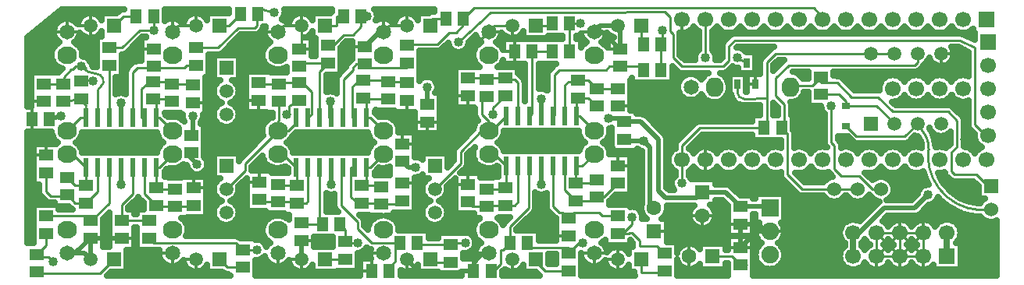
<source format=gbl>
G04 DipTrace 3.0.0.2*
G04 magpie_midi01.GBL*
%MOIN*%
G04 #@! TF.FileFunction,Copper,L2,Bot*
G04 #@! TF.Part,Single*
%AMOUTLINE0*
4,1,16,
0.0375,0.005,
0.033786,0.02127,
0.023381,0.034319,
0.008345,0.04156,
-0.008345,0.04156,
-0.023382,0.034319,
-0.033786,0.02127,
-0.0375,0.005,
-0.0375,-0.005,
-0.033786,-0.02127,
-0.023381,-0.034319,
-0.008345,-0.04156,
0.008345,-0.04156,
0.023382,-0.034319,
0.033786,-0.02127,
0.0375,-0.005,
0.0375,0.005,
0*%
%AMOUTLINE3*
4,1,16,
0.005,-0.0375,
0.02127,-0.033786,
0.034319,-0.023381,
0.04156,-0.008345,
0.04156,0.008345,
0.034319,0.023382,
0.02127,0.033786,
0.005,0.0375,
-0.005,0.0375,
-0.02127,0.033786,
-0.034319,0.023381,
-0.04156,0.008345,
-0.04156,-0.008345,
-0.034319,-0.023382,
-0.02127,-0.033786,
-0.005,-0.0375,
0.005,-0.0375,
0*%
%AMOUTLINE6*
4,1,16,
-0.005,0.0375,
-0.02127,0.033786,
-0.034319,0.023381,
-0.04156,0.008345,
-0.04156,-0.008345,
-0.034319,-0.023382,
-0.02127,-0.033786,
-0.005,-0.0375,
0.005,-0.0375,
0.02127,-0.033786,
0.034319,-0.023381,
0.04156,-0.008345,
0.04156,0.008345,
0.034319,0.023382,
0.02127,0.033786,
0.005,0.0375,
-0.005,0.0375,
0*%
G04 #@! TA.AperFunction,CopperBalancing*
%ADD13C,0.025*%
G04 #@! TA.AperFunction,Conductor*
%ADD14C,0.02*%
%ADD15C,0.01*%
G04 #@! TA.AperFunction,CopperBalancing*
%ADD16C,0.013*%
G04 #@! TA.AperFunction,ComponentPad*
%ADD17R,0.059055X0.059055*%
%ADD18C,0.059055*%
%ADD19R,0.059055X0.051181*%
%ADD20R,0.051181X0.059055*%
G04 #@! TA.AperFunction,ComponentPad*
%ADD21R,0.062992X0.062992*%
%ADD22C,0.062992*%
%ADD24R,0.035X0.03*%
%ADD26R,0.025591X0.041339*%
G04 #@! TA.AperFunction,ComponentPad*
%ADD27R,0.066929X0.066929*%
%ADD28C,0.066929*%
%ADD32C,0.065*%
%ADD33C,0.066929*%
%ADD36C,0.06*%
%ADD37C,0.06*%
%ADD38R,0.023622X0.07874*%
G04 #@! TA.AperFunction,ComponentPad*
%ADD39R,0.074803X0.074803*%
%ADD40C,0.074803*%
%ADD41R,0.06X0.06*%
G04 #@! TA.AperFunction,ViaPad*
%ADD42C,0.04*%
G04 #@! TA.AperFunction,ComponentPad*
%ADD95OUTLINE0*%
%ADD98OUTLINE3*%
%ADD101OUTLINE6*%
%FSLAX26Y26*%
G04*
G70*
G90*
G75*
G01*
G04 Bottom*
%LPD*%
X3950255Y506500D2*
D13*
Y606500D1*
D14*
X3975251D1*
X4081500Y712749D1*
X4212256D1*
X4268593Y769087D1*
X4350255Y506500D2*
D13*
Y606500D1*
X825201Y1100299D2*
D14*
Y1162749D1*
X1131500Y1106500D2*
Y1025249D1*
X1125251D1*
X1722701Y1100299D2*
X1719000D1*
Y1169000D1*
X2619000Y1181500D2*
Y1106598D1*
X2903898Y1096602D2*
X2972694D1*
Y1082101D1*
X3043399D1*
X3119000Y1006500D1*
Y787749D1*
X3150249Y756500D1*
X3281500D1*
X3306500Y781500D1*
X3406303D1*
X3469000Y718803D1*
X3587946D1*
X3594000Y712749D1*
X2131500Y1156500D2*
Y1231500D1*
X518803Y1094000D2*
X569000Y1106500D1*
X2619000Y894000D2*
Y814000D1*
X1722701D2*
Y887701D1*
X2081500Y887749D2*
X2051585D1*
X2026388Y912946D1*
X3056500Y1000249D2*
X2972694D1*
Y1007298D1*
X3056500Y1000249D2*
X3081500Y975249D1*
Y731501D1*
X3100251Y712751D1*
X825201Y887701D2*
Y814000D1*
X1150251Y900249D2*
X1113753Y936747D1*
Y938949D1*
X1125251Y950446D1*
X4250255Y506500D2*
D15*
Y606500D1*
X4150255D2*
Y506500D1*
X4050255D2*
Y606500D1*
X4150255D1*
X4250255D1*
X4150255Y506500D1*
X4250255D2*
X4150255Y606500D1*
X4050255Y506500D2*
X4150255Y606500D1*
Y506500D2*
X4050255Y606500D1*
Y506500D2*
X4150255D1*
X4250255D1*
X2944000Y1494000D2*
X2869501D1*
X2844000Y1468499D1*
X2494000Y1494000D2*
X2419501D1*
X2394000Y1468499D1*
X2044000Y1494000D2*
X1969501D1*
X1944000Y1468499D1*
X1594000Y1494000D2*
X1519501D1*
X1494000Y1468499D1*
X1144000Y1494000D2*
X1069501D1*
X1044000Y1468499D1*
X1594000Y1494000D2*
Y1404000D1*
X1584000Y1394000D1*
X1944000Y1468499D2*
D14*
X1928499D1*
X1864000Y1404000D1*
X1594000Y574000D2*
Y494000D1*
X2329197Y444000D2*
X2275251D1*
X2269000Y437749D1*
X2100251D1*
X2044000Y494000D1*
X2394000Y519501D2*
X2369501D1*
X2331500Y481500D1*
Y446303D1*
X2329197Y444000D1*
X2954000Y1394000D2*
Y1484000D1*
X2944000Y1494000D1*
X3594000Y612749D2*
X3575251D1*
X3544000Y644000D1*
X3469000D1*
X3594000Y612749D2*
X3537749D1*
X3469000Y544000D1*
Y644000D1*
X2944000Y1494000D2*
X2869501D1*
X2844000Y1468499D1*
X2879501D1*
X2954000Y1394000D1*
X2394000Y1468499D2*
D15*
X2393500D1*
X2275251Y1350249D1*
X2169000D1*
X594000Y519501D2*
D14*
X668499D1*
X694000Y494000D1*
Y584000D1*
X827745D1*
X594000Y519501D2*
X629501D1*
X694000Y584000D1*
X3128803Y1414000D2*
D15*
Y1302753D1*
X3134000Y1474000D2*
Y1419197D1*
X3128803Y1414000D1*
X2738803Y1504000D2*
Y1384000D1*
X2784000Y1504000D2*
X2738803D1*
X2286192Y1524000D2*
Y1496192D1*
X2254000Y1464000D1*
X2224000D1*
X2174000Y1414000D1*
X2049197D1*
X2044000Y1408803D1*
X3819000Y1519000D2*
Y1531500D1*
X3780378Y1570122D1*
X2332314D1*
X2286192Y1524000D1*
X1848803Y1534000D2*
Y1488803D1*
X1814000Y1454000D1*
X1774000D1*
X1734000Y1414000D1*
X1714194D1*
X1708997Y1408803D1*
X1874000Y1534000D2*
X1848803D1*
X1144000Y1398803D2*
X1238803D1*
X1324000Y1484000D1*
X1394000D1*
X1404000Y1494000D1*
Y1539197D1*
X1408803Y1544000D1*
X1428803Y1564000D1*
X1480045Y1551887D1*
X4524000Y1024000D2*
X4514000D1*
X4469000Y1069000D1*
Y1399062D1*
X4406500Y1431500D1*
X3444000D1*
X3419000Y1406500D1*
Y1344000D1*
X3394000Y1319000D1*
X3219000D1*
X3181500Y1356500D1*
Y1456500D1*
X3169000Y1469000D1*
Y1530329D1*
X3146941Y1552388D1*
X2985236D1*
X2974000Y1551144D1*
X2401144D1*
X2265109Y1423554D1*
X964000Y1474000D2*
Y1534000D1*
X774000Y1398803D2*
X828803D1*
X904000Y1474000D1*
X964000D1*
X2944000Y604000D2*
X2991500D1*
X2994000Y606500D1*
X3006501D1*
X3037751Y575251D1*
Y550249D1*
X3112554D1*
X3144000Y518803D1*
X2944000Y604000D2*
X2966500D1*
X3006500Y644000D1*
Y675249D1*
X2734000Y518636D2*
Y544000D1*
X2578803D1*
X2558803Y564000D1*
X2734000Y518636D2*
X2779364Y564000D1*
X2794000D1*
X3054000Y1302753D2*
Y1319197D1*
X2954000D1*
X2909197D1*
X2894000Y1304000D1*
X2694000D1*
X2674000Y1284000D1*
Y1111598D1*
X2669000Y1106598D1*
X2719000D2*
Y1239000D1*
X2734000Y1254000D1*
X2769197D1*
X2774000Y1258803D1*
X2819197D1*
X2854000Y1224000D1*
X2944000D1*
X2769000Y1106598D2*
Y1179000D1*
X2774000Y1184000D1*
X2819197D1*
X2854000Y1149197D1*
X2769000Y1106598D2*
X2780902D1*
X2844001Y1043499D1*
X2394001D2*
X2363499D1*
X2274000Y954000D1*
Y904000D1*
X2164000Y794000D1*
X2394001Y1043499D2*
X2405900D1*
X2469000Y1106598D1*
X2394001Y1043499D2*
Y1083999D1*
X2364000Y1114000D1*
Y1169197D1*
X2384000Y1189197D1*
X889197Y1534000D2*
X834000D1*
X794000Y1494000D1*
X1244000D2*
X1284000D1*
X1334000Y1544000D1*
X1694000Y1494000D2*
X1744000D1*
Y1534000D1*
X1774000D1*
X2144000Y1494000D2*
X2124000D1*
X2154000Y1524000D1*
X2211388D1*
X2594000Y1494000D2*
X2664000D1*
Y1504000D1*
X3044000Y1494000D2*
Y1424000D1*
X3054000Y1414000D1*
X3144000Y444000D2*
Y437749D1*
X3044000D1*
Y494000D1*
X2734000Y443833D2*
X2634167D1*
X2594000Y484000D1*
Y494000D1*
X2231500Y481698D2*
X2156302D1*
X2144000Y494000D1*
X1781500Y494197D2*
X1694197D1*
X1694000Y494000D1*
X1344000Y459197D2*
X1278803D1*
X1244000Y494000D1*
X464000Y439197D2*
Y434000D1*
X734000D1*
X794000Y494000D1*
X2393999Y944501D2*
X2418499D1*
X2469000Y894000D1*
Y803803D1*
X2464000Y798803D1*
X2384000Y794000D2*
X2459197D1*
X2464000Y798803D1*
X2769000Y894000D2*
X2793497D1*
X2843999Y944501D1*
X2764000Y818803D2*
Y889000D1*
X2769000Y894000D1*
X2764000Y818803D2*
X2838803D1*
X2854000Y834000D1*
X975201Y1100299D2*
X987201D1*
X1044001Y1043499D1*
X975201Y1100299D2*
Y1165497D1*
X961501Y1179197D1*
X1031501D1*
X1041501Y1169197D1*
X675201Y1100299D2*
X650802D1*
X594001Y1043499D1*
X656500Y1181697D2*
X675251Y1150249D1*
G02X675201Y1144669I-4601J-2749D01*
G01*
Y1100299D1*
X577751Y1169197D2*
X656500Y1181697D1*
X593999Y944501D2*
X618400D1*
X675201Y887701D1*
X674000Y808803D2*
Y886500D1*
X675201Y887701D1*
X674000Y808803D2*
X629197D1*
X594000Y844000D1*
X975201Y887701D2*
X987198D1*
X1043999Y944501D1*
X1054000Y794000D2*
X978803D1*
X974000Y798803D1*
Y886500D1*
X975201Y887701D1*
X1493999Y944501D2*
X1515900D1*
X1572701Y887701D1*
X1574000Y808803D2*
X1499197D1*
X1494000Y814000D1*
X1574000Y808803D2*
Y886402D1*
X1572701Y887701D1*
X1494001Y1043499D2*
X1537249D1*
X1575251Y1081500D1*
Y1100299D1*
X1572701D1*
X1494001Y1043499D2*
Y1083999D1*
X1498997Y1088995D1*
Y1169197D1*
X1494001Y1043499D2*
X1354000Y903497D1*
Y874000D1*
X1274000Y794000D1*
X1872701Y1100299D2*
X1887201D1*
X1944001Y1043499D1*
X1872701Y1100299D2*
Y1170302D1*
X1859003Y1184000D1*
X1964000Y1179197D2*
X1863806D1*
X1859003Y1184000D1*
X1872701Y887701D2*
X1887198D1*
X1943999Y944501D1*
X1872701Y887701D2*
Y828751D1*
X1852753Y808803D1*
X1930449D1*
X1935252Y804000D1*
X2664000Y1384000D2*
X2578803D1*
Y1116402D1*
X2569000Y1106598D1*
X2519000D2*
Y1249000D1*
X2504000Y1264000D1*
X2468803D1*
X2464000Y1268803D1*
X2388803D1*
X2384000Y1264000D1*
X2304000Y1268803D2*
X2379197D1*
X2384000Y1264000D1*
X2044000Y1334000D2*
Y1314000D1*
X1848803D1*
X1864000Y1329197D1*
X1829197D1*
X1814000Y1314000D1*
Y1304000D1*
X1774000Y1264000D1*
Y1101598D1*
X1772701Y1100299D1*
X1822701D2*
X1812601D1*
Y1232601D1*
X1834000Y1254000D1*
X1854199D1*
X1859003Y1258803D1*
X1959197D1*
X1964000Y1254000D1*
X2038803D1*
X2044000Y1248803D1*
X1708997Y1334000D2*
X1598803D1*
X1584000Y1319197D1*
X1672701Y1100299D2*
Y1297703D1*
X1708997Y1334000D1*
X1144000Y1324000D2*
X1104000D1*
X1094000Y1314000D1*
X969197D1*
X964000Y1319197D1*
X875201Y1100299D2*
Y1295201D1*
X894000Y1314000D1*
X958803D1*
X964000Y1319197D1*
X925201Y1100299D2*
X912696D1*
Y1222696D1*
X944000Y1254000D1*
X961501D1*
X1031501D1*
X1041501Y1244000D1*
X1126304D1*
X1131501Y1238803D1*
X1585247Y1248803D2*
X1599197D1*
X1637619Y1210381D1*
Y1115218D1*
X1622701Y1100299D1*
X1585247Y1248803D2*
X1503801D1*
X1498997Y1244000D1*
X1417551D1*
X1412748Y1248803D1*
X774000Y1324000D2*
Y1101500D1*
X775201Y1100299D1*
X706500Y1256500D2*
Y1264000D1*
X656500Y1256500D1*
X504000Y604000D2*
Y554000D1*
X464000Y514000D1*
X534000Y484000D2*
X514000Y504000D1*
X474000D1*
X464000Y514000D1*
X946493Y584000D2*
Y581507D1*
X964000Y564000D1*
X1314000D1*
X1344000Y534000D1*
X1404000D2*
X1344000D1*
X2231500Y556501D2*
X2096302D1*
X2088803Y564000D1*
X2294000D2*
X2238999D1*
X2231500Y556501D1*
X1781500Y569000D2*
Y621303D1*
X1758803Y644000D1*
X1834000Y564000D2*
X1786500D1*
X1781500Y569000D1*
X1531381Y1112801D2*
X1542585Y1135210D1*
Y1149555D1*
X1585247Y1174000D1*
X725201Y887701D2*
Y785201D1*
X674000Y734000D1*
X629197D1*
X594000Y769197D1*
Y764000D1*
X524000D1*
X504000Y784000D1*
Y864000D1*
X725201Y1100299D2*
X725251Y1206500D1*
G02X737751Y1231500I31262J-6D01*
G01*
G03X719000Y1287749I-18769J24993D01*
G01*
G02X656500Y1319000I148J78420D01*
G01*
X631500D1*
X619000Y1306500D1*
X612751D1*
X581500Y1275249D1*
Y1247749D1*
X577751Y1244000D1*
X656500Y1319000D2*
D3*
X676647Y1314430D2*
X656500Y1319000D1*
X577751Y1244000D2*
X494000Y1243803D1*
X504000Y678803D2*
X674000D1*
X694000Y658803D1*
X698803D1*
X774000Y734000D1*
Y886500D1*
X775201Y887701D1*
X827745Y658803D2*
Y727745D1*
X874000Y774000D1*
Y886500D1*
X875201Y887701D1*
X827745Y658803D2*
X946493D1*
X925201Y887701D2*
Y772799D1*
X974000Y724000D1*
X1054000Y719197D2*
X978803D1*
X974000Y724000D1*
X1054000Y719197D2*
X1129197D1*
X1134000Y724000D1*
X1684000Y644000D2*
X1598803D1*
X1594000Y648803D1*
X1672701Y887701D2*
Y655299D1*
X1684000Y644000D1*
X1622701Y887701D2*
Y742701D1*
X1614000Y734000D1*
X1574000D1*
X1494000Y739197D2*
X1568803D1*
X1574000Y734000D1*
X1494000Y739197D2*
X1424000D1*
X1414000Y749197D1*
X1968803Y444000D2*
Y458803D1*
X1994000Y484000D1*
Y544000D1*
X2014000Y564000D1*
X1894000D1*
X1834000Y624000D1*
Y654000D1*
X1764000Y724000D1*
Y879000D1*
X1772701Y887701D1*
X1822701D2*
X1806352D1*
Y761648D1*
X1834000Y734000D1*
X1852753D1*
X1930449D1*
X1935252Y729197D1*
X2009197D1*
X2024000Y744000D1*
X2519000Y894000D2*
Y739000D1*
X2504000Y724000D1*
X2464000D1*
X2388803D1*
X2384000Y719197D1*
X2324000D1*
X2304000Y739197D1*
X2404000Y444000D2*
X2414000D1*
X2444000Y474000D1*
Y534000D1*
X2454000D1*
X2484000Y564000D1*
Y634000D1*
X2564000Y714000D1*
Y889000D1*
X2569000Y894000D1*
X2944000Y678803D2*
X2879197D1*
X2864000Y694000D1*
X2759197D1*
X2734000Y668803D1*
X2669000Y894000D2*
Y719000D1*
X2694000Y694000D1*
X2708803D1*
X2734000Y668803D1*
X2719000Y894000D2*
Y789000D1*
X2764000Y744000D1*
X2838803D1*
X2854000Y759197D1*
X2884000D1*
X2944000Y819197D1*
X4224000Y1374000D2*
Y1336499D1*
X4212751Y1325249D1*
X3675249D1*
X3619000Y1269000D1*
Y1194000D1*
X3656500Y1156500D1*
Y1069197D1*
X3643803Y1056500D1*
X3968614Y794084D2*
X3731416D1*
X3669000Y856500D1*
Y1031303D1*
X3643803Y1056500D1*
X3968614Y794084D2*
X3868614D1*
X3812751Y1200251D2*
X3887749D1*
X3919000Y1169000D1*
Y1149906D1*
X4124000Y1074000D2*
Y1076163D1*
X4050257Y1149906D1*
X3919000D1*
X4224000Y1074000D2*
X4169000Y1019000D1*
X3963598D1*
X3919000Y1063598D1*
X4224000Y1074000D2*
X4249845Y1037808D1*
G02X4268593Y937819I-98257J-70176D01*
G01*
G03X4537315Y706583I234195J401D01*
G01*
X3350249Y506500D2*
X3431697D1*
X3469000Y469197D1*
X3219000Y819000D2*
Y919000D1*
Y981500D1*
X3294000Y1056500D1*
X3569000D1*
X4024000Y1374000D2*
X4022751Y1375249D1*
X3619000D1*
X3581500Y1337749D1*
Y1183033D1*
Y1056500D1*
X3569000D1*
X4124000Y1374000D2*
X4024000D1*
X3456697Y1244000D2*
X3456500Y1206500D1*
G03X3481500Y1181500I24864J-136D01*
G01*
X3581500Y1183033D1*
X3494197Y469197D2*
X3469000D1*
X3682001Y1231501D2*
X3675753Y1237749D1*
X3775446D1*
X3812751Y1275054D1*
Y1250286D1*
X3881134D1*
X3943627Y1187793D1*
X4056115D1*
X4118609Y1125299D1*
X4356084D1*
X4393580Y1087803D1*
Y975315D1*
X4368583Y950318D1*
Y869076D1*
X4381081Y856577D1*
X4474822D1*
X4524816Y806583D1*
X4537315D1*
X3319000Y1519000D2*
Y1356500D1*
X3856500Y1150249D2*
Y994000D1*
X3869000Y981500D1*
Y881210D1*
X3899882Y850328D1*
X3974874D1*
X4031118Y794084D1*
X4068614D1*
X3494098Y1334551D2*
X3456500Y1356500D1*
X2412751Y1112749D2*
Y1142751D1*
X2464000Y1194000D1*
D42*
X4268593Y769087D3*
X825201Y1162749D3*
X1131500Y1106500D3*
X1719000Y1169000D3*
X2619000Y1181500D3*
X2903898Y1096602D3*
X2131500Y1231500D3*
X1719000Y1169000D3*
X569000Y1106500D3*
X825201Y1162749D3*
X2619000Y814000D3*
X1722701D3*
X2081500Y887749D3*
X3056500Y1000249D3*
X2619000Y814000D3*
X3056500Y1000249D3*
X825201Y814000D3*
X1150251Y900249D3*
X3134000Y1474000D3*
X2784000Y1504000D3*
X1874000Y1534000D3*
X1480045Y1551887D3*
X2265109Y1423554D3*
X964000Y1474000D3*
D3*
X3006500Y675249D3*
X2794000Y564000D3*
X706500Y1256500D3*
X534000Y484000D3*
X1404000Y534000D3*
X2294000Y564000D3*
X1834000D3*
X1531381Y1112801D3*
X3219000Y819000D3*
X3319000Y1356500D3*
X3856500Y1150249D3*
X2412751Y1112749D3*
X3244000Y1369000D3*
X2919000Y962749D3*
X2537751Y1312749D3*
X3143711Y1075304D3*
X881500Y1375249D3*
X1394000Y1344000D3*
X1775251Y1362749D3*
X2637751Y625249D3*
X4425251Y1006500D3*
X4506068Y637850D3*
X4500251Y506500D3*
X3856500Y456500D3*
X3469000Y800249D3*
X3537751Y1356500D3*
X3968625Y1231538D3*
X4174853Y1162795D3*
X2075251Y650249D3*
X2206500Y1112749D3*
X2669000Y1444000D3*
X2169000Y1350249D3*
X3181500Y700249D3*
X3162751Y806500D3*
X1400251Y1006500D3*
X1369000Y975249D3*
X2325251Y506500D3*
X456500Y1006500D3*
X3456500Y1356500D3*
X494000Y1406500D3*
Y1344000D3*
X656500Y1319000D3*
X544816Y1537881D2*
D13*
X661740D1*
X726261D2*
X738449D1*
X1015568D2*
X1111740D1*
X1176261D2*
X1188449D1*
X1523722D2*
X1561740D1*
X1626261D2*
X1638449D1*
X1919816D2*
X2011740D1*
X2076261D2*
X2088449D1*
X513713Y1513012D2*
X557541D1*
X630461D2*
X641960D1*
X1080461D2*
X1091960D1*
X1530461D2*
X1541960D1*
X1980461D2*
X1991960D1*
X482609Y1488143D2*
X539035D1*
X451554Y1463274D2*
X535763D1*
X1416056D2*
X1435763D1*
X3233293D2*
X3288009D1*
X3349992D2*
X3404709D1*
X3433293D2*
X3504709D1*
X3533293D2*
X3604709D1*
X3633293D2*
X3704709D1*
X3733293D2*
X3804709D1*
X3833293D2*
X3904709D1*
X3933293D2*
X4004709D1*
X4033293D2*
X4104709D1*
X4133293D2*
X4204709D1*
X4233293D2*
X4304709D1*
X4333293D2*
X4404709D1*
X4433293D2*
X4459543D1*
X427751Y1438406D2*
X544259D1*
X643742D2*
X718478D1*
X1321183D2*
X1444259D1*
X1639543D2*
X1653488D1*
X2325090D2*
X2344259D1*
X2443742D2*
X2707834D1*
X2769767D2*
X2794259D1*
X3212492D2*
X3288009D1*
X3349992D2*
X3408127D1*
X427751Y1413537D2*
X546652D1*
X641349D2*
X718478D1*
X886320D2*
X908468D1*
X1296330D2*
X1446652D1*
X1639543D2*
X1653488D1*
X1776310D2*
X1808468D1*
X2309953D2*
X2346652D1*
X2441349D2*
X2452455D1*
X3212492D2*
X3288009D1*
X3349992D2*
X3388888D1*
X427751Y1388668D2*
X529562D1*
X658439D2*
X718478D1*
X861466D2*
X908468D1*
X1271476D2*
X1429562D1*
X1639543D2*
X1653488D1*
X1764543D2*
X1808468D1*
X2189543D2*
X2236642D1*
X2293595D2*
X2329562D1*
X3212492D2*
X3287228D1*
X3350773D2*
X3388009D1*
X3488273D2*
X3589621D1*
X4377482D2*
X4424679D1*
X427751Y1363799D2*
X526437D1*
X661564D2*
X718478D1*
X829533D2*
X908468D1*
X1199504D2*
X1218478D1*
X1329533D2*
X1426437D1*
X1639543D2*
X1653488D1*
X1764543D2*
X1808468D1*
X2099504D2*
X2326437D1*
X3216984D2*
X3273605D1*
X3364396D2*
X3388009D1*
X3532902D2*
X3564767D1*
X4378556D2*
X4438009D1*
X427751Y1338930D2*
X534103D1*
X697648D2*
X718478D1*
X829533D2*
X877707D1*
X1199504D2*
X1218478D1*
X1329533D2*
X1434103D1*
X1764543D2*
X1796164D1*
X2099504D2*
X2334103D1*
X3532902D2*
X3550558D1*
X3625480D2*
X3646164D1*
X4266252D2*
X4281735D1*
X4366252D2*
X4438009D1*
X427751Y1314062D2*
X559054D1*
X829533D2*
X851340D1*
X1199504D2*
X1218478D1*
X1329533D2*
X1459054D1*
X1764543D2*
X1781271D1*
X2099504D2*
X2248459D1*
X2519523D2*
X2547824D1*
X2609806D2*
X2661252D1*
X3431828D2*
X3444441D1*
X3532902D2*
X3550509D1*
X3612492D2*
X3621290D1*
X4244328D2*
X4438009D1*
X427751Y1289193D2*
X438449D1*
X829533D2*
X844259D1*
X1199504D2*
X1218478D1*
X1329533D2*
X1357199D1*
X2099504D2*
X2248459D1*
X2519816D2*
X2547824D1*
X2609806D2*
X2643478D1*
X3180412D2*
X3325509D1*
X3388468D2*
X3550509D1*
X3713468D2*
X3757248D1*
X3868302D2*
X4438009D1*
X427751Y1264324D2*
X438449D1*
X804972D2*
X844211D1*
X1187052D2*
X1218478D1*
X1329533D2*
X1357199D1*
X1703703D2*
X1743039D1*
X2162541D2*
X2248459D1*
X2609806D2*
X2642990D1*
X3180412D2*
X3209152D1*
X3909904D2*
X4075070D1*
X4162931D2*
X4175070D1*
X4262931D2*
X4275070D1*
X4362931D2*
X4375070D1*
X427751Y1239455D2*
X438449D1*
X804972D2*
X844211D1*
X1187052D2*
X1224972D1*
X1323039D2*
X1357199D1*
X1703703D2*
X1742990D1*
X2176750D2*
X2248459D1*
X2609806D2*
X2642990D1*
X2999504D2*
X3199093D1*
X3934757D2*
X4061349D1*
X427751Y1214587D2*
X438449D1*
X804972D2*
X844211D1*
X1187052D2*
X1218478D1*
X1329533D2*
X1357199D1*
X1703703D2*
X1742990D1*
X2174064D2*
X2248459D1*
X2999504D2*
X3201095D1*
X427751Y1189718D2*
X438449D1*
X1187052D2*
X1224338D1*
X1323625D2*
X1357199D1*
X2187004D2*
X2248459D1*
X2999504D2*
X3217209D1*
X3296769D2*
X3307038D1*
X3406974D2*
X3428244D1*
X3731974D2*
X3757248D1*
X427751Y1164849D2*
X438449D1*
X1187052D2*
X1251584D1*
X1296379D2*
X1357199D1*
X2187004D2*
X2248459D1*
X2999504D2*
X3445382D1*
X3686222D2*
X3757248D1*
X4121867D2*
X4438009D1*
X1187052Y1139980D2*
X1225265D1*
X1322746D2*
X1357199D1*
X2187004D2*
X2333029D1*
X2999504D2*
X3550509D1*
X3612492D2*
X3625509D1*
X3687492D2*
X3811740D1*
X4384172D2*
X4438009D1*
X1015177Y1115112D2*
X1075998D1*
X1187052D2*
X1218478D1*
X1329533D2*
X1467990D1*
X1915177D2*
X2075949D1*
X2187004D2*
X2333029D1*
X3051506D2*
X3550509D1*
X3612492D2*
X3625509D1*
X3687492D2*
X3825509D1*
X4409074D2*
X4438009D1*
X1174357Y1090243D2*
X1224093D1*
X1323918D2*
X1448800D1*
X1989201D2*
X2075949D1*
X2187004D2*
X2344992D1*
X3085099D2*
X3517404D1*
X3695402D2*
X3825509D1*
X4424455D2*
X4438009D1*
X1180802Y1065374D2*
X1250363D1*
X1297648D2*
X1430392D1*
X2007609D2*
X2075949D1*
X2187004D2*
X2330392D1*
X3110002D2*
X3260080D1*
X3695402D2*
X3825509D1*
X4424552D2*
X4438254D1*
X427751Y1040505D2*
X526437D1*
X1180802D2*
X1426437D1*
X2011564D2*
X2075949D1*
X2187004D2*
X2317697D1*
X2461564D2*
X2776437D1*
X3134855D2*
X3235226D1*
X3698478D2*
X3825509D1*
X4424552D2*
X4454709D1*
X427751Y1015636D2*
X533273D1*
X654728D2*
X983273D1*
X1180802D2*
X1423361D1*
X1554728D2*
X1883273D1*
X2081925D2*
X2292843D1*
X2454728D2*
X2783273D1*
X2904728D2*
X2917130D1*
X3153703D2*
X3210373D1*
X3295939D2*
X3517404D1*
X3699992D2*
X3825509D1*
X3887492D2*
X3929757D1*
X4208439D2*
X4227609D1*
X4295158D2*
X4362570D1*
X4424552D2*
X4465158D1*
X427751Y990768D2*
X548215D1*
X639787D2*
X998215D1*
X1180802D2*
X1398507D1*
X1539787D2*
X1898215D1*
X2081925D2*
X2267990D1*
X2439787D2*
X2798215D1*
X2889787D2*
X2917160D1*
X3154972D2*
X3189572D1*
X3271037D2*
X3638009D1*
X3699992D2*
X3825705D1*
X3898429D2*
X3962912D1*
X4175285D2*
X4238302D1*
X4301359D2*
X4362570D1*
X4424552D2*
X4475216D1*
X427751Y965899D2*
X448459D1*
X657853D2*
X980148D1*
X1180802D2*
X1373605D1*
X1557853D2*
X1880148D1*
X2081925D2*
X2245627D1*
X2457853D2*
X2780148D1*
X2907853D2*
X2917193D1*
X3154972D2*
X3184152D1*
X3253849D2*
X3284152D1*
X3353849D2*
X3384152D1*
X3453849D2*
X3484152D1*
X3553849D2*
X3584152D1*
X3753849D2*
X3784152D1*
X3953849D2*
X3984152D1*
X4053849D2*
X4084152D1*
X4153849D2*
X4184152D1*
X4453849D2*
X4484152D1*
X427751Y941030D2*
X448459D1*
X1180802D2*
X1218478D1*
X1329533D2*
X1348752D1*
X2081925D2*
X2108468D1*
X2219523D2*
X2242990D1*
X2304972D2*
X2326437D1*
X2999504D2*
X3045529D1*
X3154972D2*
X3163986D1*
X427751Y916161D2*
X448459D1*
X1193254D2*
X1218478D1*
X1409465D2*
X1433517D1*
X2219523D2*
X2242990D1*
X2304972D2*
X2333517D1*
X2999504D2*
X3045529D1*
X427751Y891293D2*
X448459D1*
X1080998D2*
X1105197D1*
X1195304D2*
X1218478D1*
X1385002D2*
X1457004D1*
X2301994D2*
X2357004D1*
X2999504D2*
X3045529D1*
X3154972D2*
X3166745D1*
X427751Y866424D2*
X448459D1*
X1013029D2*
X1120382D1*
X1180119D2*
X1218478D1*
X1469523D2*
X1534884D1*
X1910490D2*
X1968478D1*
X2279191D2*
X2431174D1*
X2999504D2*
X3045529D1*
X3154972D2*
X3188009D1*
X3249992D2*
X3294552D1*
X3343449D2*
X3394552D1*
X3443449D2*
X3494552D1*
X3543449D2*
X3594552D1*
X3743449D2*
X3794552D1*
X4043449D2*
X4094552D1*
X4143449D2*
X4194552D1*
X427751Y841555D2*
X448459D1*
X1189543D2*
X1218478D1*
X2079533D2*
X2108468D1*
X2999504D2*
X3045529D1*
X3154972D2*
X3179318D1*
X3258683D2*
X3642257D1*
X3726750D2*
X3841427D1*
X4026457D2*
X4041427D1*
X4095793D2*
X4256222D1*
X4323771D2*
X4353293D1*
X427751Y816686D2*
X448459D1*
X1189543D2*
X1223556D1*
X1339494D2*
X1358468D1*
X2079533D2*
X2113547D1*
X2229484D2*
X2248459D1*
X2999504D2*
X3045529D1*
X3154972D2*
X3173068D1*
X3364006D2*
X3666037D1*
X4119621D2*
X4267502D1*
X4339543D2*
X4471945D1*
X427751Y791818D2*
X473019D1*
X1189543D2*
X1218527D1*
X1329484D2*
X1358468D1*
X2079533D2*
X2108517D1*
X2219474D2*
X2248459D1*
X2999504D2*
X3045529D1*
X3164787D2*
X3182541D1*
X3445841D2*
X3690890D1*
X4124552D2*
X4229025D1*
X4361027D2*
X4481320D1*
X427751Y766949D2*
X478683D1*
X1189543D2*
X1225900D1*
X1322111D2*
X1358468D1*
X1703703D2*
X1733029D1*
X2079533D2*
X2115890D1*
X2212101D2*
X2248459D1*
X2595011D2*
X2638009D1*
X2934562D2*
X3045529D1*
X3657414D2*
X3720236D1*
X4117228D2*
X4216574D1*
X4391398D2*
X4481320D1*
X427751Y742080D2*
X503293D1*
X884855D2*
X913156D1*
X1189543D2*
X1249142D1*
X1298869D2*
X1358468D1*
X1703703D2*
X1733029D1*
X2079533D2*
X2139132D1*
X2188859D2*
X2248459D1*
X2595011D2*
X2638009D1*
X2909660D2*
X3045529D1*
X3364006D2*
X3395871D1*
X3657414D2*
X3853537D1*
X3883683D2*
X3953537D1*
X3983683D2*
X4053537D1*
X4305216D2*
X4325802D1*
X4443937D2*
X4494797D1*
X427751Y717211D2*
X448459D1*
X559513D2*
X603195D1*
X860002D2*
X918478D1*
X1189543D2*
X1223800D1*
X1324162D2*
X1358468D1*
X1703703D2*
X1733810D1*
X2079533D2*
X2113840D1*
X2214201D2*
X2248459D1*
X2595011D2*
X2638058D1*
X3020451D2*
X3042941D1*
X3157560D2*
X3262179D1*
X3350822D2*
X3413449D1*
X3657414D2*
X4036105D1*
X4266593D2*
X4358566D1*
X427751Y692343D2*
X448459D1*
X883293D2*
X890948D1*
X1189543D2*
X1218478D1*
X1329484D2*
X1438449D1*
X1990763D2*
X2108517D1*
X2219523D2*
X2248459D1*
X2585148D2*
X2652853D1*
X3153800D2*
X3250070D1*
X3362931D2*
X3413449D1*
X3657414D2*
X4011252D1*
X4241691D2*
X4408175D1*
X427751Y667474D2*
X448459D1*
X750236D2*
X772238D1*
X1087638D2*
X1225607D1*
X1322404D2*
X1450363D1*
X1861613D2*
X1900363D1*
X1987638D2*
X2115597D1*
X2212394D2*
X2350363D1*
X2437638D2*
X2474679D1*
X2560246D2*
X2678488D1*
X3157756D2*
X3250802D1*
X3362199D2*
X3413449D1*
X3657414D2*
X3986349D1*
X4086076D2*
X4498312D1*
X427751Y642605D2*
X448459D1*
X749504D2*
X772238D1*
X1107023D2*
X1258420D1*
X1289543D2*
X1430978D1*
X1864982D2*
X1880978D1*
X2007023D2*
X2148459D1*
X2179533D2*
X2330978D1*
X2535392D2*
X2678488D1*
X3157756D2*
X3265109D1*
X3347892D2*
X3413449D1*
X3524504D2*
X3538400D1*
X3649601D2*
X3903683D1*
X4396818D2*
X4560275D1*
X427751Y617736D2*
X448459D1*
X749504D2*
X772238D1*
X883293D2*
X890948D1*
X1111564D2*
X1426437D1*
X2011564D2*
X2326437D1*
X2514982D2*
X2678488D1*
X3157756D2*
X3413449D1*
X3657218D2*
X3891916D1*
X4408586D2*
X4560275D1*
X427751Y592867D2*
X448459D1*
X749504D2*
X772238D1*
X883293D2*
X890948D1*
X1105314D2*
X1432687D1*
X2140373D2*
X2175949D1*
X2610392D2*
X2678488D1*
X3157756D2*
X3413449D1*
X3524504D2*
X3533928D1*
X3654045D2*
X3892453D1*
X4408049D2*
X4560275D1*
X427751Y567999D2*
X448459D1*
X749504D2*
X772238D1*
X883293D2*
X890948D1*
X1433634D2*
X1454757D1*
X1649504D2*
X1725949D1*
X2339836D2*
X2354757D1*
X3157756D2*
X3413449D1*
X3524504D2*
X3550168D1*
X3637785D2*
X3905783D1*
X3994718D2*
X4005799D1*
X4094718D2*
X4105799D1*
X4194718D2*
X4205799D1*
X4394718D2*
X4560275D1*
X883293Y543130D2*
X890948D1*
X2897257D2*
X2921554D1*
X2966447D2*
X2988449D1*
X3524504D2*
X3538693D1*
X3649259D2*
X3904123D1*
X3996379D2*
X4004095D1*
X4096379D2*
X4104095D1*
X4196379D2*
X4204095D1*
X4409709D2*
X4560275D1*
X849504Y518261D2*
X985519D1*
X1837004D2*
X1885519D1*
X2287004D2*
X2335519D1*
X3657170D2*
X3892013D1*
X4409709D2*
X4560275D1*
X849504Y493392D2*
X991965D1*
X1422111D2*
X1441965D1*
X2649504D2*
X2678488D1*
X3524504D2*
X3533744D1*
X3654240D2*
X3892306D1*
X4409709D2*
X4560275D1*
X849504Y468524D2*
X1018332D1*
X1069670D2*
X1094992D1*
X1399504D2*
X1468332D1*
X1519670D2*
X1544992D1*
X2789543D2*
X2818332D1*
X2869670D2*
X2894992D1*
X3199504D2*
X3207944D1*
X3525187D2*
X3549631D1*
X3638371D2*
X3905295D1*
X3995207D2*
X4005279D1*
X4095207D2*
X4105279D1*
X4195207D2*
X4205279D1*
X4409709D2*
X4560275D1*
X849504Y443655D2*
X1124826D1*
X1163175D2*
X1188449D1*
X1399504D2*
X1574826D1*
X1613175D2*
X1638449D1*
X1749504D2*
X1842404D1*
X2063175D2*
X2088449D1*
X2456437D2*
X2474826D1*
X2513175D2*
X2538449D1*
X2789543D2*
X2924826D1*
X2963175D2*
X2988449D1*
X3199504D2*
X3413449D1*
X3524504D2*
X4560275D1*
X4226714Y1021079D2*
X4219840Y1021136D1*
X4212530Y1022257D1*
X4187509Y997328D1*
X4181939Y993606D1*
X4175653Y991287D1*
X4169000Y990500D1*
X4168659Y990513D1*
X3966961Y990588D1*
X3960390Y991895D1*
X3954306Y994700D1*
X3949044Y998847D1*
X3948813Y999098D1*
X3927810Y1020081D1*
X3884967Y1020106D1*
X3885000Y1005767D1*
X3892057Y998252D1*
X3895331Y992406D1*
X3897149Y985958D1*
X3897500Y981500D1*
Y971783D1*
X3905702Y974391D1*
X3914531Y975789D1*
X3923469D1*
X3932298Y974391D1*
X3940799Y971628D1*
X3948764Y967570D1*
X3955996Y962316D1*
X3962316Y955996D1*
X3967570Y948764D1*
X3968979Y946249D1*
X3972915Y952483D1*
X3978720Y959280D1*
X3985517Y965085D1*
X3993139Y969756D1*
X4001397Y973177D1*
X4010089Y975263D1*
X4019000Y975965D1*
X4027911Y975263D1*
X4036603Y973177D1*
X4044861Y969756D1*
X4052483Y965085D1*
X4059280Y959280D1*
X4065085Y952483D1*
X4068979Y946249D1*
X4072915Y952483D1*
X4078720Y959280D1*
X4085517Y965085D1*
X4093139Y969756D1*
X4101397Y973177D1*
X4110089Y975263D1*
X4119000Y975965D1*
X4127911Y975263D1*
X4136603Y973177D1*
X4144861Y969756D1*
X4152483Y965085D1*
X4159280Y959280D1*
X4165085Y952483D1*
X4168979Y946249D1*
X4172915Y952483D1*
X4178720Y959280D1*
X4185517Y965085D1*
X4193139Y969756D1*
X4201397Y973177D1*
X4210089Y975263D1*
X4219000Y975965D1*
X4227911Y975263D1*
X4236603Y973177D1*
X4243608Y970334D1*
X4243071Y979077D1*
X4240947Y990326D1*
X4237446Y1001225D1*
X4232622Y1011606D1*
X4226713Y1021044D1*
X4365098Y1040545D2*
X4358439Y1033678D1*
X4351707Y1028787D1*
X4344293Y1025009D1*
X4336379Y1022438D1*
X4328160Y1021136D1*
X4319840D1*
X4311621Y1022438D1*
X4303707Y1025009D1*
X4296293Y1028787D1*
X4289561Y1033678D1*
X4283678Y1039561D1*
X4278787Y1046293D1*
X4275009Y1053707D1*
X4274024Y1056378D1*
X4274021Y1052901D1*
X4283644Y1037071D1*
X4291231Y1020171D1*
X4296665Y1002461D1*
X4299863Y984215D1*
X4300556Y972894D1*
X4310089Y975263D1*
X4319000Y975965D1*
X4327911Y975263D1*
X4336603Y973177D1*
X4344861Y969756D1*
X4346911Y968827D1*
X4365106Y987147D1*
X4365080Y1040501D1*
X4376969Y1371501D2*
X4376087Y1364059D1*
X4374166Y1356816D1*
X4371243Y1349916D1*
X4367376Y1343497D1*
X4362643Y1337687D1*
X4357138Y1332602D1*
X4350972Y1328344D1*
X4344267Y1324998D1*
X4337157Y1322631D1*
X4329784Y1321289D1*
X4322296Y1321000D1*
X4314842Y1321769D1*
X4307570Y1323582D1*
X4300627Y1326401D1*
X4294151Y1330171D1*
X4288271Y1334817D1*
X4283104Y1340244D1*
X4278754Y1346346D1*
X4275308Y1353001D1*
X4274008Y1356360D1*
X4271248Y1349926D1*
X4266900Y1342831D1*
X4261496Y1336504D1*
X4255169Y1331100D1*
X4251380Y1328604D1*
X4249394Y1323560D1*
X4245672Y1317989D1*
X4231260Y1303578D1*
X4225689Y1299856D1*
X4219404Y1297537D1*
X4212751Y1296749D1*
X4212410Y1296763D1*
X3865827Y1296749D1*
X3865778Y1278783D1*
X3885592Y1278435D1*
X3892040Y1276617D1*
X3897886Y1273343D1*
X3901286Y1270439D1*
X3955459Y1216266D1*
X4058352Y1216205D1*
X4062878Y1215474D1*
X4062035Y1225249D1*
X4062737Y1234161D1*
X4064823Y1242852D1*
X4068244Y1251111D1*
X4072915Y1258732D1*
X4078720Y1265529D1*
X4085517Y1271335D1*
X4093139Y1276005D1*
X4101397Y1279426D1*
X4110089Y1281513D1*
X4119000Y1282214D1*
X4127911Y1281513D1*
X4136603Y1279426D1*
X4144861Y1276005D1*
X4152483Y1271335D1*
X4159280Y1265529D1*
X4165085Y1258732D1*
X4168979Y1252498D1*
X4172915Y1258732D1*
X4178720Y1265529D1*
X4185517Y1271335D1*
X4193139Y1276005D1*
X4201397Y1279426D1*
X4210089Y1281513D1*
X4219000Y1282214D1*
X4227911Y1281513D1*
X4236603Y1279426D1*
X4244861Y1276005D1*
X4252483Y1271335D1*
X4259280Y1265529D1*
X4265085Y1258732D1*
X4268979Y1252498D1*
X4272915Y1258732D1*
X4278720Y1265529D1*
X4285517Y1271335D1*
X4293139Y1276005D1*
X4301397Y1279426D1*
X4310089Y1281513D1*
X4319000Y1282214D1*
X4327911Y1281513D1*
X4336603Y1279426D1*
X4344861Y1276005D1*
X4352483Y1271335D1*
X4359280Y1265529D1*
X4365085Y1258732D1*
X4368979Y1252498D1*
X4372915Y1258732D1*
X4378720Y1265529D1*
X4385517Y1271335D1*
X4393139Y1276005D1*
X4401397Y1279426D1*
X4410089Y1281513D1*
X4419000Y1282214D1*
X4427911Y1281513D1*
X4436603Y1279426D1*
X4440521Y1277981D1*
X4440500Y1381744D1*
X4399492Y1403027D1*
X4368396Y1402998D1*
X4372041Y1396451D1*
X4374726Y1389454D1*
X4376398Y1382150D1*
X4377028Y1374000D1*
X4376969Y1371501D1*
X913385Y1443090D2*
X933241Y1443241D1*
X931149Y1445504D1*
X915807Y1445500D1*
X847313Y1377131D1*
X841742Y1373409D1*
X835456Y1371090D1*
X828803Y1370303D1*
X828462Y1370316D1*
X826997Y1370303D1*
X827028Y1274909D1*
X802467D1*
X802500Y1199830D1*
X808554Y1202938D1*
X815046Y1205047D1*
X821788Y1206115D1*
X828614D1*
X835356Y1205047D1*
X841848Y1202938D1*
X846707Y1200524D1*
X846789Y1297437D1*
X848096Y1304008D1*
X850900Y1310092D1*
X855048Y1315353D1*
X855299Y1315585D1*
X875491Y1335672D1*
X881061Y1339394D1*
X887347Y1341713D1*
X894000Y1342500D1*
X894341Y1342487D1*
X910943Y1342500D1*
X910973Y1440681D1*
X1608834Y1443090D2*
X1637028D1*
Y1362477D1*
X1655981Y1362500D1*
X1655970Y1441011D1*
X1640973Y1440972D1*
Y1469439D1*
X1637376Y1463497D1*
X1632643Y1457687D1*
X1627138Y1452602D1*
X1620972Y1448344D1*
X1614267Y1444998D1*
X1608783Y1443088D1*
X1810977Y1354909D2*
X1810973Y1425505D1*
X1785826Y1425500D1*
X1762008Y1401703D1*
X1762025Y1292294D1*
X1785588Y1316236D1*
X1786895Y1322807D1*
X1789700Y1328891D1*
X1793847Y1334153D1*
X1810969Y1351090D1*
X1811021Y1378287D1*
X2457410Y1437027D2*
X2710269Y1437028D1*
X2710303Y1450943D1*
X2647026Y1450972D1*
X2647028Y1440972D1*
X2540973D1*
Y1469439D1*
X2537376Y1463497D1*
X2532643Y1457687D1*
X2527138Y1452602D1*
X2520972Y1448344D1*
X2514267Y1444998D1*
X2507157Y1442631D1*
X2499784Y1441289D1*
X2492296Y1441000D1*
X2484842Y1441769D1*
X2477570Y1443582D1*
X2470627Y1446401D1*
X2464151Y1450171D1*
X2458271Y1454817D1*
X2453104Y1460244D1*
X2449870Y1464614D1*
X2448611Y1456102D1*
X2446466Y1448921D1*
X2443382Y1442091D1*
X2439414Y1435733D1*
X2434632Y1429963D1*
X2429123Y1424882D1*
X2426509Y1422916D1*
X2429921Y1420660D1*
X2445663Y1407738D1*
X2448886Y1403251D1*
X2454910Y1390972D1*
Y1437027D1*
X2457410D1*
X2550308Y1330972D2*
X2454910D1*
Y1346197D1*
X2447635Y1331736D1*
X2443977Y1327596D1*
X2431876Y1317899D1*
X2517028Y1317894D1*
Y1289329D1*
X2522509Y1285672D1*
X2540672Y1267509D1*
X2544394Y1261939D1*
X2546713Y1255653D1*
X2547500Y1249000D1*
X2547487Y1248659D1*
X2547500Y1169459D1*
X2550303Y1178902D1*
Y1331001D1*
X2529713Y1331021D1*
X2627894Y1330996D2*
X2607337Y1330972D1*
X2607303Y1223404D1*
X2615587Y1224866D1*
X2622413D1*
X2629155Y1223798D1*
X2635647Y1221689D1*
X2641729Y1218590D1*
X2645522Y1215941D1*
X2645588Y1286236D1*
X2646895Y1292807D1*
X2649700Y1298891D1*
X2653847Y1304153D1*
X2654098Y1304384D1*
X2675491Y1325672D1*
X2681061Y1329394D1*
X2683479Y1330473D1*
X2663091Y1330972D1*
X2627886D1*
X2903473Y1443090D2*
X2929166D1*
X2920627Y1446401D1*
X2914151Y1450171D1*
X2908271Y1454817D1*
X2903104Y1460244D1*
X2899870Y1464614D1*
X2898611Y1456102D1*
X2896466Y1448921D1*
X2893382Y1442091D1*
X2889414Y1435733D1*
X2884632Y1429963D1*
X2879123Y1424882D1*
X2876509Y1422916D1*
X2879921Y1420660D1*
X2895663Y1407738D1*
X2898886Y1403251D1*
X2900981Y1398985D1*
X2900973Y1443090D1*
X2903473D1*
X2680973Y572478D2*
Y668687D1*
X2675491Y672328D1*
X2647328Y700491D1*
X2643606Y706061D1*
X2641287Y712347D1*
X2640500Y719000D1*
X2640513Y719341D1*
X2640500Y776178D1*
X2632442Y772629D1*
X2625805Y771036D1*
X2619000Y770500D1*
X2612195Y771036D1*
X2605558Y772629D1*
X2599251Y775241D1*
X2592478Y779559D1*
X2592412Y711764D1*
X2591105Y705193D1*
X2588300Y699109D1*
X2584153Y693847D1*
X2583902Y693616D1*
X2512510Y622204D1*
X2512500Y617057D1*
X2607894Y617027D1*
Y572447D1*
X2681000Y572500D1*
X2284530Y497027D2*
X2342714D1*
X2340250Y503786D1*
X2338633Y511104D1*
X2338008Y518572D1*
X2338385Y526057D1*
X2339758Y533425D1*
X2342103Y540543D1*
X2345378Y547284D1*
X2349523Y553528D1*
X2354465Y559162D1*
X2361498Y565089D1*
X2358079Y567340D1*
X2342337Y580262D1*
X2339114Y584749D1*
X2330532Y602651D1*
X2329152Y608000D1*
X2328940Y622282D1*
X2329229Y631521D1*
X2330728Y636838D1*
X2339374Y654707D1*
X2342696Y659121D1*
X2353728Y668191D1*
X2356124Y670101D1*
X2330973Y670106D1*
Y690077D1*
X2250973Y690106D1*
Y840681D1*
X2215743Y805437D1*
X2216864Y798160D1*
Y789840D1*
X2215562Y781621D1*
X2212991Y773707D1*
X2209213Y766293D1*
X2204322Y759561D1*
X2198439Y753678D1*
X2191707Y748787D1*
X2184293Y745009D1*
X2181622Y744024D1*
X2188074Y741248D1*
X2195169Y736900D1*
X2201496Y731496D1*
X2206900Y725169D1*
X2211248Y718074D1*
X2214432Y710386D1*
X2216375Y702295D1*
X2217028Y694000D1*
X2216375Y685705D1*
X2214432Y677614D1*
X2211248Y669926D1*
X2206900Y662831D1*
X2201496Y656504D1*
X2195169Y651100D1*
X2188074Y646752D1*
X2180386Y643568D1*
X2172295Y641625D1*
X2164000Y640972D1*
X2155705Y641625D1*
X2147614Y643568D1*
X2139926Y646752D1*
X2132831Y651100D1*
X2126504Y656504D1*
X2121100Y662831D1*
X2116752Y669926D1*
X2113568Y677614D1*
X2111625Y685705D1*
X2110972Y694000D1*
X2111625Y702295D1*
X2113568Y710386D1*
X2116752Y718074D1*
X2121100Y725169D1*
X2126504Y731496D1*
X2132831Y736900D1*
X2139926Y741248D1*
X2146378Y743976D1*
X2139926Y746752D1*
X2132831Y751100D1*
X2126504Y756504D1*
X2121100Y762831D1*
X2116752Y769926D1*
X2113568Y777614D1*
X2111625Y785705D1*
X2110972Y794000D1*
X2111625Y802295D1*
X2113568Y810386D1*
X2116752Y818074D1*
X2121100Y825169D1*
X2126504Y831496D1*
X2132831Y836900D1*
X2139429Y840970D1*
X2110973Y840972D1*
Y855767D1*
X2104229Y850659D1*
X2098147Y847561D1*
X2091655Y845451D1*
X2084913Y844383D1*
X2077040Y844507D1*
X2077028Y694909D1*
X1988307D1*
X1988280Y680106D1*
X1954230Y679911D1*
X1974020Y675097D1*
X1978870Y672452D1*
X1994366Y660050D1*
X1997930Y655830D1*
X2004319Y643054D1*
X2008068Y634604D1*
X2009023Y629163D1*
X2009060Y617023D1*
X2137894Y617027D1*
Y584947D1*
X2178480Y585001D1*
X2178473Y605592D1*
X2281240D1*
X2287195Y606964D1*
X2294000Y607500D1*
X2300805Y606964D1*
X2307442Y605371D1*
X2313749Y602759D1*
X2319569Y599192D1*
X2324759Y594759D1*
X2329192Y589569D1*
X2332759Y583749D1*
X2335371Y577442D1*
X2336964Y570805D1*
X2337500Y564000D1*
X2336964Y557195D1*
X2335371Y550558D1*
X2332759Y544251D1*
X2329192Y538431D1*
X2324759Y533241D1*
X2319569Y528808D1*
X2313749Y525241D1*
X2307442Y522629D1*
X2300805Y521036D1*
X2294000Y520500D1*
X2287195Y521036D1*
X2284539Y521564D1*
X2284479Y507411D1*
X2280107Y425240D2*
Y432603D1*
X2178473Y432607D1*
Y440957D1*
X2090973Y440972D1*
Y469439D1*
X2087376Y463497D1*
X2082643Y457687D1*
X2077138Y452602D1*
X2070972Y448344D1*
X2064267Y444998D1*
X2057157Y442631D1*
X2049784Y441289D1*
X2042296Y441000D1*
X2034842Y441769D1*
X2027570Y443582D1*
X2020627Y446401D1*
X2017895Y447855D1*
X2017894Y425201D1*
X2280085Y425249D1*
X2453091Y442779D2*
Y425201D1*
X2612507Y425249D1*
X2596716Y440979D1*
X2540973Y440972D1*
Y469439D1*
X2537376Y463497D1*
X2532643Y457687D1*
X2527138Y452602D1*
X2520972Y448344D1*
X2514267Y444998D1*
X2507157Y442631D1*
X2499784Y441289D1*
X2492296Y441000D1*
X2484842Y441769D1*
X2477570Y443582D1*
X2470627Y446401D1*
X2464151Y450171D1*
X2462004Y451718D1*
X2453070Y442764D1*
X1847410Y497027D2*
X1892712D1*
X1890250Y503786D1*
X1888633Y511104D1*
X1888008Y518572D1*
X1888385Y526057D1*
X1889758Y533425D1*
X1890410Y535747D1*
X1885193Y536895D1*
X1879109Y539700D1*
X1873847Y543847D1*
X1873616Y544098D1*
X1872984Y544711D1*
X1869192Y538431D1*
X1864759Y533241D1*
X1859569Y528808D1*
X1853749Y525241D1*
X1847442Y522629D1*
X1840805Y521036D1*
X1834520Y520520D1*
X1834528Y445106D1*
X1746979D1*
X1747028Y440972D1*
X1640973D1*
Y469439D1*
X1637376Y463497D1*
X1632643Y457687D1*
X1627138Y452602D1*
X1620972Y448344D1*
X1614267Y444998D1*
X1607157Y442631D1*
X1599784Y441289D1*
X1592296Y441000D1*
X1584842Y441769D1*
X1577570Y443582D1*
X1570627Y446401D1*
X1564151Y450171D1*
X1558271Y454817D1*
X1553104Y460244D1*
X1548754Y466346D1*
X1545308Y473001D1*
X1542834Y480074D1*
X1541382Y487426D1*
X1541188Y489340D1*
X1536311Y482817D1*
X1531034Y477496D1*
X1525094Y472927D1*
X1518596Y469192D1*
X1511658Y466358D1*
X1504404Y464476D1*
X1496963Y463580D1*
X1489470Y463685D1*
X1482057Y464790D1*
X1474858Y466874D1*
X1468003Y469902D1*
X1461612Y473817D1*
X1455802Y478551D1*
X1450676Y484018D1*
X1446326Y490121D1*
X1442830Y496750D1*
X1440250Y503786D1*
X1439128Y508346D1*
X1434759Y503241D1*
X1429569Y498808D1*
X1423749Y495241D1*
X1417442Y492629D1*
X1410805Y491036D1*
X1404000Y490500D1*
X1397025Y491069D1*
X1397028Y425231D1*
X1844928Y425249D1*
X1844910Y497027D1*
X1847410D1*
X1647028Y590971D2*
Y547026D1*
X1728521Y547027D1*
X1728473Y590954D1*
X1647007Y590972D1*
X880773Y630307D2*
Y534909D1*
X847033D1*
X847028Y440972D1*
X781256D1*
X765574Y425268D1*
X1290924Y425249D1*
X1281500Y430697D1*
X1274345Y431048D1*
X1267897Y432866D1*
X1262051Y436140D1*
X1256752Y440943D1*
X1190973Y440972D1*
Y469439D1*
X1187376Y463497D1*
X1182643Y457687D1*
X1177138Y452602D1*
X1170972Y448344D1*
X1164267Y444998D1*
X1157157Y442631D1*
X1149784Y441289D1*
X1142296Y441000D1*
X1134842Y441769D1*
X1127570Y443582D1*
X1120627Y446401D1*
X1114151Y450171D1*
X1108271Y454817D1*
X1103104Y460244D1*
X1098754Y466346D1*
X1095308Y473001D1*
X1092834Y480074D1*
X1091382Y487426D1*
X1091188Y489340D1*
X1086311Y482817D1*
X1081034Y477496D1*
X1075094Y472927D1*
X1068596Y469192D1*
X1061658Y466358D1*
X1054404Y464476D1*
X1046963Y463580D1*
X1039470Y463685D1*
X1032057Y464790D1*
X1024858Y466874D1*
X1018003Y469902D1*
X1011612Y473817D1*
X1005802Y478551D1*
X1000676Y484018D1*
X996326Y490121D1*
X992830Y496750D1*
X990250Y503786D1*
X988633Y511104D1*
X988008Y518572D1*
X988385Y526057D1*
X990173Y534901D1*
X893466Y534909D1*
Y630269D1*
X880820Y630303D1*
X880724Y609713D1*
X893466Y609712D1*
Y622212D1*
X774718Y547029D2*
Y694429D1*
X747024Y666719D1*
X747028Y547026D1*
X774713Y547027D1*
X856212Y707894D2*
X880773D1*
Y687337D1*
X893419Y687303D1*
X893466Y707893D1*
X920956D1*
X920973Y736774D1*
X903529Y754290D1*
X899807Y759860D1*
X899635Y760234D1*
X899807Y759860D1*
X899635Y760234D1*
X897057Y757248D1*
X894153Y753847D1*
X856208Y715903D1*
X856245Y707872D1*
X537223Y1293090D2*
X559245D1*
X575883Y1309938D1*
X563980Y1312903D1*
X559130Y1315548D1*
X543634Y1327950D1*
X540070Y1332170D1*
X533681Y1344946D1*
X529932Y1353396D1*
X528977Y1358837D1*
X529012Y1378689D1*
X530090Y1384107D1*
X536095Y1397066D1*
X540365Y1405264D1*
X544023Y1409404D1*
X559565Y1421752D1*
X561062Y1422670D1*
X554013Y1429294D1*
X549136Y1434984D1*
X545063Y1441275D1*
X541866Y1448053D1*
X539603Y1455198D1*
X538314Y1462581D1*
X538022Y1470069D1*
X538733Y1477530D1*
X540434Y1484829D1*
X543094Y1491835D1*
X546666Y1498424D1*
X551086Y1504476D1*
X556274Y1509884D1*
X562138Y1514551D1*
X568573Y1518393D1*
X575463Y1521342D1*
X582685Y1523344D1*
X590109Y1524363D1*
X597604Y1524383D1*
X605034Y1523401D1*
X612266Y1521436D1*
X619171Y1518523D1*
X625625Y1514714D1*
X631513Y1510077D1*
X636729Y1504696D1*
X641174Y1498674D1*
X642659Y1507267D1*
X645042Y1514371D1*
X648402Y1521069D1*
X652673Y1527227D1*
X657770Y1532721D1*
X663590Y1537441D1*
X670017Y1541294D1*
X676923Y1544203D1*
X684171Y1546109D1*
X691614Y1546974D1*
X699106Y1546781D1*
X706495Y1545534D1*
X713635Y1543259D1*
X720382Y1539999D1*
X726603Y1535821D1*
X732173Y1530807D1*
X736980Y1525059D1*
X740977Y1518593D1*
X740972Y1547028D1*
X806744D1*
X817248Y1557057D1*
X823094Y1560331D1*
X829542Y1562149D1*
X834000Y1562500D1*
X840104D1*
X825251Y1562749D1*
X573371D1*
X425249Y1444240D1*
X425251Y1147076D1*
X440974Y1147027D1*
X440972Y1292894D1*
X537223Y1293090D1*
X1078465Y1120106D2*
X1010496D1*
X1016192Y1111613D1*
X1025756Y1102049D1*
X1037420Y1104446D1*
X1050845Y1104426D1*
X1054231Y1103910D1*
X1074021Y1099095D1*
X1078871Y1096450D1*
X1094098Y1084288D1*
X1091311Y1089853D1*
X1089202Y1096345D1*
X1088134Y1103087D1*
Y1109913D1*
X1088856Y1114914D1*
X1078474Y1114909D1*
Y1120114D1*
X1991002Y1130106D2*
X1910973D1*
Y1134940D1*
X1908012Y1125669D1*
Y1119761D1*
X1925756Y1102049D1*
X1937420Y1104446D1*
X1950845Y1104426D1*
X1954231Y1103909D1*
X1974021Y1099095D1*
X1978871Y1096450D1*
X1994367Y1084049D1*
X1997932Y1079828D1*
X2004321Y1067053D1*
X2008069Y1058603D1*
X2009025Y1053162D1*
X2009062Y1036827D1*
X2078472Y1036840D1*
X2078473Y1124901D1*
X1990973Y1124909D1*
Y1130114D1*
X2335490Y1140106D2*
X2330973D1*
Y1144940D1*
X2250973Y1144909D1*
Y1317894D1*
X2356153D1*
X2342336Y1329262D1*
X2339114Y1333749D1*
X2330532Y1351651D1*
X2329152Y1357000D1*
X2328940Y1371282D1*
X2329229Y1380521D1*
X2330728Y1385838D1*
X2339374Y1403708D1*
X2342696Y1408121D1*
X2353728Y1417191D1*
X2361485Y1422907D1*
X2361062Y1422670D1*
X2354013Y1429294D1*
X2349136Y1434984D1*
X2345063Y1441275D1*
X2341866Y1448053D1*
X2339782Y1454528D1*
X2308563Y1425236D1*
X2308073Y1416749D1*
X2306480Y1410112D1*
X2303868Y1403805D1*
X2300301Y1397985D1*
X2295868Y1392795D1*
X2290678Y1388362D1*
X2284858Y1384795D1*
X2278551Y1382183D1*
X2271914Y1380589D1*
X2265109Y1380054D1*
X2258304Y1380589D1*
X2251667Y1382183D1*
X2245360Y1384795D1*
X2239540Y1388362D1*
X2234350Y1392795D1*
X2229917Y1397985D1*
X2226350Y1403805D1*
X2223738Y1410112D1*
X2222144Y1416749D1*
X2221693Y1421407D1*
X2192509Y1392328D1*
X2186939Y1388606D1*
X2180653Y1386287D1*
X2174000Y1385500D1*
X2173659Y1385513D1*
X2096998Y1385500D1*
X2097028Y1258001D1*
X2100741Y1262259D1*
X2105931Y1266692D1*
X2111751Y1270259D1*
X2118058Y1272871D1*
X2124695Y1274464D1*
X2131500Y1275000D1*
X2138305Y1274464D1*
X2144942Y1272871D1*
X2151249Y1270259D1*
X2157069Y1266692D1*
X2162259Y1262259D1*
X2166692Y1257069D1*
X2170259Y1251249D1*
X2172871Y1244942D1*
X2174464Y1238305D1*
X2175000Y1231500D1*
X2174464Y1224695D1*
X2172871Y1218058D1*
X2170259Y1211751D1*
X2166420Y1205586D1*
X2184528Y1205590D1*
Y1032606D1*
X2079416D1*
Y931226D1*
X2088305Y930714D1*
X2094942Y929120D1*
X2101249Y926508D1*
X2107069Y922942D1*
X2110976Y919695D1*
X2110973Y947027D1*
X2217028D1*
Y887311D1*
X2245528Y915834D1*
X2245588Y956236D1*
X2246895Y962807D1*
X2249700Y968891D1*
X2253847Y974153D1*
X2254098Y974384D1*
X2328943Y1049248D1*
X2329154Y1054999D1*
X2330534Y1060348D1*
X2339375Y1078706D1*
X2342697Y1083120D1*
X2349142Y1088531D1*
X2340943Y1097248D1*
X2337669Y1103093D1*
X2335851Y1109542D1*
X2335500Y1114000D1*
Y1140123D1*
X2907028Y741930D2*
Y727867D1*
X2997028Y727894D1*
Y717689D1*
X3003087Y718615D1*
X3009913D1*
X3016655Y717547D1*
X3023147Y715438D1*
X3029229Y712339D1*
X3034751Y708327D1*
X3039578Y703500D1*
X3043590Y697978D1*
X3046689Y691896D1*
X3048798Y685404D1*
X3049866Y678662D1*
Y671836D1*
X3049326Y667751D1*
X3068643Y667747D1*
X3061363Y673863D1*
X3055758Y680425D1*
X3051249Y687783D1*
X3047946Y695756D1*
X3045932Y704147D1*
X3045255Y712751D1*
X3045932Y721354D1*
X3048046Y730014D1*
X3048000Y957624D1*
X3039853Y960061D1*
X3033771Y963159D1*
X3028762Y966767D1*
X3025722Y958207D1*
X2919667D1*
Y1056096D1*
X2914053Y1054304D1*
X2908993Y1053436D1*
X2908989Y1033310D1*
X2907912Y1027892D1*
X2901906Y1014933D1*
X2897637Y1006734D1*
X2893979Y1002595D1*
X2883237Y993981D1*
X2895662Y983739D1*
X2898884Y979252D1*
X2907467Y961350D1*
X2908846Y956001D1*
X2909059Y943067D1*
X2997028Y943090D1*
Y770106D1*
X2935163D1*
X2907010Y741902D1*
X2356998Y843090D2*
X2411002D1*
X2410973Y847894D1*
X2433678D1*
X2433689Y888991D1*
X2429921Y892342D1*
X2425227Y889429D1*
X2419862Y887673D1*
X2400580Y883555D1*
X2387155Y883574D1*
X2383769Y884091D1*
X2363979Y888905D1*
X2359129Y891550D1*
X2343633Y903951D1*
X2340068Y908172D1*
X2333679Y920947D1*
X2329931Y929397D1*
X2328975Y934838D1*
X2329011Y954690D1*
X2330088Y960108D1*
X2336093Y973067D1*
X2334224Y969155D1*
X2330618Y970313D1*
X2302479Y942174D1*
X2302412Y901764D1*
X2301105Y895193D1*
X2298300Y889109D1*
X2294153Y883847D1*
X2293902Y883616D1*
X2273473Y863090D1*
X2357028D1*
Y843081D1*
X2437028Y674904D2*
Y670106D1*
X2431803D1*
X2445664Y658738D1*
X2448886Y654251D1*
X2456045Y639471D1*
X2457669Y644907D1*
X2460943Y650752D1*
X2463847Y654153D1*
X2484598Y674903D1*
X2436998Y674909D1*
X2442555Y661579D1*
X2446526Y657739D1*
X2449492Y653078D1*
X2454013Y643661D1*
X2456895Y642807D1*
X2459700Y648891D1*
X2463847Y654153D1*
X1908054Y853091D2*
X1970945D1*
X1970973Y867893D1*
X1973365D1*
X1973361Y888709D1*
X1959652Y885329D1*
X1950580Y883555D1*
X1937155Y883574D1*
X1933769Y884091D1*
X1925676Y885938D1*
X1908013Y868210D1*
X1908012Y853061D1*
X1934813Y680106D2*
X1882224D1*
Y684940D1*
X1843330Y684909D1*
X1855672Y672509D1*
X1859394Y666939D1*
X1861713Y660653D1*
X1862500Y654000D1*
X1862487Y653659D1*
X1862500Y635787D1*
X1878977Y619328D1*
X1879229Y631521D1*
X1880728Y636838D1*
X1889374Y654707D1*
X1892696Y659121D1*
X1903728Y668191D1*
X1911133Y673725D1*
X1916224Y675868D1*
X1933945Y679937D1*
X1917500Y676197D1*
X1907669Y671325D1*
X1912296Y674343D1*
X1915719Y675716D1*
X1466998Y863091D2*
X1537408D1*
X1537390Y882692D1*
X1528434Y891249D1*
X1523526Y888713D1*
X1509652Y885328D1*
X1500580Y883554D1*
X1487155Y883574D1*
X1483769Y884091D1*
X1463979Y888905D1*
X1459129Y891550D1*
X1443633Y903951D1*
X1440068Y908172D1*
X1433679Y920947D1*
X1429931Y929397D1*
X1428975Y934838D1*
X1428938Y938112D1*
X1382504Y891696D1*
X1382484Y873589D1*
X1383473Y873090D1*
X1467028D1*
Y863100D1*
X602838Y720106D2*
X557037D1*
X557028Y707337D1*
X619283Y707303D1*
X614306Y709700D1*
X609044Y713847D1*
X608813Y714098D1*
X602795Y720097D1*
X540973Y727870D2*
Y735487D1*
X538473Y727893D1*
X540963D1*
X531500Y735500D1*
X519542Y735851D1*
X513093Y737669D1*
X507248Y740943D1*
X503847Y743847D1*
X482328Y765491D1*
X478606Y771061D1*
X476287Y777347D1*
X475500Y784000D1*
X475513Y784341D1*
X475500Y814908D1*
X450972Y814909D1*
Y987894D1*
X547096D1*
X554763Y994019D1*
X542338Y1004261D1*
X539116Y1008748D1*
X530533Y1026650D1*
X529154Y1031999D1*
X528941Y1040934D1*
X425230Y1040972D1*
X425251Y563091D1*
X450963Y563090D1*
X450973Y727893D1*
X538473D1*
X3131866Y667747D2*
X3155247D1*
Y567893D1*
X3197028Y567894D1*
X3197213Y521049D1*
X3199683Y528125D1*
X3203093Y534799D1*
X3207378Y540947D1*
X3212459Y546455D1*
X3218242Y551222D1*
X3224619Y555158D1*
X3231472Y558191D1*
X3238674Y560264D1*
X3246090Y561339D1*
X3253584Y561395D1*
X3261017Y560432D1*
X3268249Y558467D1*
X3275147Y555538D1*
X3281582Y551698D1*
X3287436Y547018D1*
X3292599Y541587D1*
X3295250Y538096D1*
X3295253Y561496D1*
X3405245D1*
Y534982D1*
X3416021Y535000D1*
X3415973Y593090D1*
X3522028D1*
Y475270D1*
X3522697Y469197D1*
X3522027Y463135D1*
X3522028Y425238D1*
X4562751Y425249D1*
Y659478D1*
X4553847Y655701D1*
X4545684Y653741D1*
X4537315Y653083D1*
X4528946Y653741D1*
X4520783Y655701D1*
X4513026Y658914D1*
X4505868Y663300D1*
X4499485Y668752D1*
X4493568Y675832D1*
X4476104Y676904D1*
X4454851Y679956D1*
X4433918Y684734D1*
X4413445Y691206D1*
X4393569Y699328D1*
X4374423Y709047D1*
X4356134Y720296D1*
X4338826Y733002D1*
X4322613Y747079D1*
X4310891Y758932D1*
X4308782Y752440D1*
X4305683Y746358D1*
X4301671Y740836D1*
X4296844Y736009D1*
X4291322Y731997D1*
X4285240Y728898D1*
X4278748Y726789D1*
X4272655Y725798D1*
X4234012Y687276D1*
X4227465Y682901D1*
X4220076Y680175D1*
X4212256Y679249D1*
X4211917Y679263D1*
X4095313Y679249D1*
X4074287Y658160D1*
X4082322Y653581D1*
X4088225Y648964D1*
X4093471Y643612D1*
X4097969Y637617D1*
X4100291Y633861D1*
X4104316Y640184D1*
X4109135Y645923D1*
X4114667Y650980D1*
X4120814Y655267D1*
X4127471Y658710D1*
X4134523Y661249D1*
X4141846Y662841D1*
X4149315Y663457D1*
X4156801Y663087D1*
X4164173Y661738D1*
X4171304Y659433D1*
X4178071Y656211D1*
X4184357Y652129D1*
X4190052Y647257D1*
X4195058Y641680D1*
X4200250Y633783D1*
X4204316Y640184D1*
X4209135Y645923D1*
X4214667Y650980D1*
X4220814Y655267D1*
X4227471Y658710D1*
X4234523Y661249D1*
X4241846Y662841D1*
X4249315Y663457D1*
X4256801Y663087D1*
X4264173Y661738D1*
X4271304Y659433D1*
X4278071Y656211D1*
X4284357Y652129D1*
X4290052Y647257D1*
X4295058Y641680D1*
X4300250Y633783D1*
X4304169Y639983D1*
X4309975Y646780D1*
X4316772Y652585D1*
X4324393Y657256D1*
X4332652Y660677D1*
X4341343Y662763D1*
X4350255Y663465D1*
X4359166Y662763D1*
X4367858Y660677D1*
X4376116Y657256D1*
X4383738Y652585D1*
X4390535Y646780D1*
X4396340Y639983D1*
X4401010Y632361D1*
X4404431Y624103D1*
X4406518Y615411D1*
X4407219Y606500D1*
X4406518Y597589D1*
X4404431Y588897D1*
X4401010Y580639D1*
X4396340Y573017D1*
X4390535Y566220D1*
X4387545Y563457D1*
X4407219Y563464D1*
Y449535D1*
X4293290D1*
Y469213D1*
X4286649Y462677D1*
X4280581Y458279D1*
X4273988Y454715D1*
X4266984Y452047D1*
X4259691Y450322D1*
X4252234Y449570D1*
X4244743Y449803D1*
X4237347Y451017D1*
X4230175Y453192D1*
X4223351Y456289D1*
X4216992Y460256D1*
X4211209Y465023D1*
X4206101Y470508D1*
X4201758Y476615D1*
X4200261Y479212D1*
X4195315Y471650D1*
X4190350Y466036D1*
X4184691Y461123D1*
X4178436Y456995D1*
X4171693Y453724D1*
X4164579Y451366D1*
X4157217Y449963D1*
X4149734Y449538D1*
X4142261Y450099D1*
X4134926Y451637D1*
X4127856Y454124D1*
X4121174Y457518D1*
X4114995Y461759D1*
X4109427Y466776D1*
X4104565Y472479D1*
X4100261Y479212D1*
X4095315Y471650D1*
X4090350Y466036D1*
X4084691Y461123D1*
X4078436Y456995D1*
X4071693Y453724D1*
X4064579Y451366D1*
X4057217Y449963D1*
X4049734Y449538D1*
X4042261Y450099D1*
X4034926Y451637D1*
X4027856Y454124D1*
X4021174Y457518D1*
X4014995Y461759D1*
X4009427Y466776D1*
X4004565Y472479D1*
X4000261Y479212D1*
X3996340Y473017D1*
X3990535Y466220D1*
X3983738Y460415D1*
X3976116Y455744D1*
X3967858Y452323D1*
X3959166Y450237D1*
X3950255Y449535D1*
X3941343Y450237D1*
X3932652Y452323D1*
X3924393Y455744D1*
X3916772Y460415D1*
X3909975Y466220D1*
X3904169Y473017D1*
X3899499Y480639D1*
X3896078Y488897D1*
X3893991Y497589D1*
X3893290Y506500D1*
X3893991Y515411D1*
X3896078Y524103D1*
X3899499Y532361D1*
X3904169Y539983D1*
X3909975Y546780D1*
X3914261Y550606D1*
X3914254Y562311D1*
X3906938Y569504D1*
X3901684Y576736D1*
X3897626Y584701D1*
X3894864Y593202D1*
X3893466Y602031D1*
Y610969D1*
X3894864Y619798D1*
X3897626Y628299D1*
X3901684Y636264D1*
X3906938Y643496D1*
X3913259Y649816D1*
X3920491Y655070D1*
X3928455Y659128D1*
X3936956Y661891D1*
X3945785Y663289D1*
X3954724D1*
X3963553Y661891D1*
X3972054Y659128D1*
X3977747Y656342D1*
X4059743Y738223D1*
X4062142Y740074D1*
X4060245Y741243D1*
X4052082Y743202D1*
X4044326Y746415D1*
X4037168Y750802D1*
X4030784Y756254D1*
X4025332Y762637D1*
X4022311Y766979D1*
X4017821Y768891D1*
X4014230Y766130D1*
X4009296Y759339D1*
X4003360Y753402D1*
X3996568Y748468D1*
X3989088Y744656D1*
X3981104Y742062D1*
X3972812Y740749D1*
X3964417D1*
X3956125Y742062D1*
X3948141Y744656D1*
X3940661Y748468D1*
X3933869Y753402D1*
X3927932Y759339D1*
X3923353Y765598D1*
X3913878Y765584D1*
X3909296Y759339D1*
X3903360Y753402D1*
X3896568Y748468D1*
X3889088Y744656D1*
X3881104Y742062D1*
X3872812Y740749D1*
X3864417D1*
X3856125Y742062D1*
X3848141Y744656D1*
X3840661Y748468D1*
X3833869Y753402D1*
X3827932Y759339D1*
X3823353Y765598D1*
X3729180Y765672D1*
X3722609Y766979D1*
X3716525Y769784D1*
X3711263Y773931D1*
X3711032Y774182D1*
X3647328Y837991D1*
X3643606Y843561D1*
X3641287Y849847D1*
X3640500Y856500D1*
X3640513Y856841D1*
X3640500Y866217D1*
X3632298Y863609D1*
X3623469Y862211D1*
X3614531D1*
X3605702Y863609D1*
X3597201Y866372D1*
X3589236Y870430D1*
X3582004Y875684D1*
X3575684Y882004D1*
X3570430Y889236D1*
X3569021Y891751D1*
X3565085Y885517D1*
X3559280Y878720D1*
X3552483Y872915D1*
X3544861Y868244D1*
X3536603Y864823D1*
X3527911Y862737D1*
X3519000Y862035D1*
X3510089Y862737D1*
X3501397Y864823D1*
X3493139Y868244D1*
X3485517Y872915D1*
X3478720Y878720D1*
X3472915Y885517D1*
X3469021Y891751D1*
X3465085Y885517D1*
X3459280Y878720D1*
X3452483Y872915D1*
X3444861Y868244D1*
X3436603Y864823D1*
X3427911Y862737D1*
X3419000Y862035D1*
X3410089Y862737D1*
X3401397Y864823D1*
X3393139Y868244D1*
X3385517Y872915D1*
X3378720Y878720D1*
X3372915Y885517D1*
X3369021Y891751D1*
X3364061Y884150D1*
X3359096Y878536D1*
X3353437Y873623D1*
X3347181Y869495D1*
X3340438Y866224D1*
X3333324Y863866D1*
X3325962Y862463D1*
X3318480Y862038D1*
X3311006Y862599D1*
X3303671Y864137D1*
X3296601Y866624D1*
X3289919Y870018D1*
X3283740Y874259D1*
X3278172Y879276D1*
X3273310Y884979D1*
X3269007Y891712D1*
X3265085Y885517D1*
X3259280Y878720D1*
X3252483Y872915D1*
X3247499Y869721D1*
X3247500Y851861D1*
X3252078Y847251D1*
X3256090Y841729D1*
X3258792Y836507D1*
X3361496Y836496D1*
Y814963D1*
X3408932Y814897D1*
X3416655Y813360D1*
X3423807Y810064D1*
X3429991Y805188D1*
X3430221Y804939D1*
X3467315Y767865D1*
X3522028Y767893D1*
Y752317D1*
X3533111Y752303D1*
X3533099Y773651D1*
X3654902D1*
Y651848D1*
X3640693D1*
X3646354Y643863D1*
X3650736Y634886D1*
X3653591Y625314D1*
X3654844Y615404D1*
X3654696Y607755D1*
X3653064Y597901D1*
X3649842Y588446D1*
X3645118Y579644D1*
X3639019Y571734D1*
X3631709Y564927D1*
X3628760Y562757D1*
X3637064Y555813D1*
X3643270Y548546D1*
X3648264Y540398D1*
X3651921Y531569D1*
X3654152Y522276D1*
X3654902Y512749D1*
X3654152Y503222D1*
X3651921Y493930D1*
X3648264Y485101D1*
X3643270Y476952D1*
X3637064Y469685D1*
X3629797Y463479D1*
X3621649Y458486D1*
X3612820Y454829D1*
X3603527Y452598D1*
X3594000Y451848D1*
X3584473Y452598D1*
X3575180Y454829D1*
X3566351Y458486D1*
X3558203Y463479D1*
X3550936Y469685D1*
X3544730Y476952D1*
X3539736Y485101D1*
X3536079Y493930D1*
X3533848Y503222D1*
X3533098Y512749D1*
X3533848Y522276D1*
X3536079Y531569D1*
X3539736Y540398D1*
X3544730Y548546D1*
X3550936Y555813D1*
X3558203Y562020D1*
X3559275Y562736D1*
X3553478Y567286D1*
X3546591Y574521D1*
X3540980Y582785D1*
X3536795Y591855D1*
X3534149Y601487D1*
X3533113Y611422D1*
X3533715Y621392D1*
X3535938Y631130D1*
X3539724Y640374D1*
X3544970Y648874D1*
X3547327Y651852D1*
X3533099Y651848D1*
Y685295D1*
X3521979Y685303D1*
X3522028Y594909D1*
X3415973D1*
Y724449D1*
X3392382Y748044D1*
X3361528Y748000D1*
X3361496Y726504D1*
X3338108D1*
X3343686Y722018D1*
X3348850Y716587D1*
X3353227Y710503D1*
X3356736Y703881D1*
X3359312Y696844D1*
X3360908Y689522D1*
X3361496Y681500D1*
X3360985Y674023D1*
X3359463Y666685D1*
X3356957Y659622D1*
X3353515Y652966D1*
X3349199Y646839D1*
X3344090Y641356D1*
X3338284Y636618D1*
X3331887Y632714D1*
X3325019Y629716D1*
X3317806Y627679D1*
X3310384Y626641D1*
X3302890Y626623D1*
X3295463Y627623D1*
X3288241Y629623D1*
X3281358Y632587D1*
X3274941Y636460D1*
X3269111Y641168D1*
X3263975Y646626D1*
X3259629Y652731D1*
X3256153Y659370D1*
X3253612Y666420D1*
X3252053Y673751D1*
X3251505Y681225D1*
X3251978Y688704D1*
X3253463Y696049D1*
X3255934Y703125D1*
X3259343Y709799D1*
X3263628Y715947D1*
X3268709Y721455D1*
X3270426Y723007D1*
X3154278Y723000D1*
X3155247Y712751D1*
X3154570Y704147D1*
X3152555Y695756D1*
X3149253Y687783D1*
X3144743Y680425D1*
X3139139Y673863D1*
X3131805Y667742D1*
X3415973Y425233D2*
Y477967D1*
X3405281Y478000D1*
X3405245Y451504D1*
X3295253D1*
Y474893D1*
X3289625Y468106D1*
X3284040Y463109D1*
X3277827Y458918D1*
X3271102Y455611D1*
X3263990Y453248D1*
X3256623Y451874D1*
X3249137Y451515D1*
X3241672Y452177D1*
X3234366Y453847D1*
X3227356Y456495D1*
X3220770Y460072D1*
X3214732Y464511D1*
X3209353Y469729D1*
X3204734Y475631D1*
X3200960Y482105D1*
X3198101Y489033D1*
X3197028Y492696D1*
Y425268D1*
X3415924Y425249D1*
X740969Y1469409D2*
X737376Y1463497D1*
X732643Y1457687D1*
X727138Y1452602D1*
X720972Y1448344D1*
X714267Y1444998D1*
X707157Y1442631D1*
X699784Y1441289D1*
X692296Y1441000D1*
X684842Y1441769D1*
X677570Y1443582D1*
X670627Y1446401D1*
X664151Y1450171D1*
X658271Y1454817D1*
X653104Y1460244D1*
X649870Y1464614D1*
X648611Y1456102D1*
X646466Y1448921D1*
X643382Y1442091D1*
X639414Y1435733D1*
X634632Y1429963D1*
X629123Y1424882D1*
X626509Y1422916D1*
X629921Y1420660D1*
X645663Y1407738D1*
X648886Y1403251D1*
X657468Y1385349D1*
X658848Y1380000D1*
X659061Y1365718D1*
Y1362437D1*
X666655Y1361298D1*
X673147Y1359189D1*
X679229Y1356090D1*
X684751Y1352078D1*
X689578Y1347251D1*
X693590Y1341729D1*
X697266Y1334082D1*
X700758Y1329626D1*
X703639Y1323578D1*
X704839Y1318471D1*
X712586Y1316739D1*
X720962Y1316182D1*
X720973Y1447893D1*
X740943D1*
X740972Y1469439D1*
X1091191Y1498642D2*
X1092659Y1507267D1*
X1095042Y1514371D1*
X1098402Y1521069D1*
X1102673Y1527227D1*
X1107770Y1532721D1*
X1113590Y1537441D1*
X1120017Y1541294D1*
X1126923Y1544203D1*
X1134171Y1546109D1*
X1141614Y1546974D1*
X1149106Y1546781D1*
X1156495Y1545534D1*
X1163635Y1543259D1*
X1170382Y1539999D1*
X1176603Y1535821D1*
X1182173Y1530807D1*
X1186980Y1525059D1*
X1190977Y1518593D1*
X1190972Y1547028D1*
X1284869D1*
X1284910Y1562798D1*
X1013092Y1562749D1*
X1013091Y1515201D1*
X1020825Y1519478D1*
X1027839Y1522116D1*
X1035144Y1523794D1*
X1042606Y1524481D1*
X1050094Y1524166D1*
X1057473Y1522854D1*
X1064610Y1520568D1*
X1071378Y1517350D1*
X1077656Y1513257D1*
X1083331Y1508362D1*
X1088302Y1502753D1*
X1091174Y1498674D1*
X1991191Y1498642D2*
X1992659Y1507267D1*
X1995042Y1514371D1*
X1998402Y1521069D1*
X2002673Y1527227D1*
X2007770Y1532721D1*
X2013590Y1537441D1*
X2020017Y1541294D1*
X2026923Y1544203D1*
X2034171Y1546109D1*
X2041614Y1546974D1*
X2049106Y1546781D1*
X2056495Y1545534D1*
X2063635Y1543259D1*
X2070382Y1539999D1*
X2076603Y1535821D1*
X2082173Y1530807D1*
X2086980Y1525059D1*
X2090977Y1518593D1*
X2090973Y1547027D1*
X2137248Y1547057D1*
X2143093Y1550331D1*
X2149542Y1552149D1*
X2154000Y1552500D1*
X2162252D1*
X2162298Y1562720D1*
X1906647Y1562749D1*
X1911090Y1556729D1*
X1914189Y1550647D1*
X1916298Y1544155D1*
X1917366Y1537413D1*
Y1530587D1*
X1916298Y1523845D1*
X1914189Y1517353D1*
X1913245Y1515306D1*
X1920825Y1519478D1*
X1927839Y1522116D1*
X1935144Y1523794D1*
X1942606Y1524481D1*
X1950094Y1524166D1*
X1957473Y1522854D1*
X1964610Y1520568D1*
X1971378Y1517350D1*
X1977656Y1513257D1*
X1983331Y1508362D1*
X1988302Y1502753D1*
X1991174Y1498674D1*
X2990969Y469409D2*
X2987376Y463497D1*
X2982643Y457687D1*
X2977138Y452602D1*
X2970972Y448344D1*
X2964267Y444998D1*
X2957157Y442631D1*
X2949784Y441289D1*
X2942296Y441000D1*
X2934842Y441769D1*
X2927570Y443582D1*
X2920627Y446401D1*
X2914151Y450171D1*
X2908271Y454817D1*
X2903104Y460244D1*
X2898754Y466346D1*
X2895308Y473001D1*
X2892834Y480074D1*
X2891382Y487426D1*
X2891188Y489340D1*
X2886311Y482817D1*
X2881034Y477496D1*
X2875094Y472927D1*
X2868596Y469192D1*
X2861658Y466358D1*
X2854404Y464476D1*
X2846963Y463580D1*
X2839470Y463685D1*
X2832057Y464790D1*
X2824858Y466874D1*
X2818003Y469902D1*
X2811612Y473817D1*
X2805802Y478551D1*
X2800676Y484018D1*
X2796326Y490121D1*
X2792830Y496750D1*
X2790250Y503786D1*
X2788633Y511104D1*
X2788008Y518572D1*
X2788021Y520906D1*
X2787025Y521069D1*
X2787028Y425199D1*
X3018366Y425249D1*
X3016287Y431096D1*
X3015500Y437749D1*
X3015513Y438090D1*
X3015500Y441021D1*
X2990973Y440972D1*
Y469439D1*
X2899868Y523389D2*
X2904285Y529138D1*
X2909635Y534385D1*
X2915671Y538826D1*
X2922273Y542372D1*
X2929308Y544952D1*
X2936637Y546514D1*
X2944114Y547027D1*
X2951587Y546482D1*
X2958910Y544888D1*
X2965934Y542278D1*
X2972521Y538704D1*
X2978538Y534238D1*
X2983865Y528967D1*
X2988396Y522998D1*
X2990977Y518593D1*
X2990973Y547027D1*
X3009478D1*
X3009251Y563482D1*
X2997055Y575641D1*
X2997028Y554909D1*
X2890973D1*
Y576150D1*
X2876867Y565275D1*
X2877656Y564259D1*
X2883331Y559364D1*
X2888302Y553756D1*
X2892479Y547533D1*
X2895788Y540809D1*
X2898169Y533703D1*
X2899581Y526343D1*
X2899857Y523378D1*
X2647028Y515533D2*
Y472272D1*
X2680993Y472333D1*
X2680973Y515493D1*
X2647037Y515500D1*
X3428403Y1199830D2*
X3420402D1*
Y1288169D1*
X3492992D1*
Y1210191D1*
X3495205Y1210192D1*
Y1288169D1*
X3553008D1*
X3553088Y1339985D1*
X3554395Y1346556D1*
X3557200Y1352641D1*
X3561347Y1357902D1*
X3561598Y1358133D1*
X3600491Y1396921D1*
X3606061Y1400643D1*
X3612613Y1403015D1*
X3455768Y1403000D1*
X3452655Y1399850D1*
X3459913Y1399866D1*
X3466655Y1398798D1*
X3473147Y1396689D1*
X3479229Y1393590D1*
X3484751Y1389578D1*
X3489578Y1384751D1*
X3493870Y1378728D1*
X3530394Y1378720D1*
Y1290382D1*
X3457803D1*
Y1312989D1*
X3449695Y1313536D1*
X3443058Y1315129D1*
X3436751Y1317741D1*
X3434365Y1319078D1*
X3412509Y1297328D1*
X3406939Y1293606D1*
X3400653Y1291287D1*
X3394000Y1290500D1*
X3393659Y1290513D1*
X3383307Y1290500D1*
X3393764Y1285135D1*
X3397904Y1281477D1*
X3410252Y1265935D1*
X3412788Y1261027D1*
X3416173Y1247153D1*
X3417947Y1238081D1*
X3417928Y1224656D1*
X3417411Y1221270D1*
X3412597Y1201480D1*
X3409952Y1196630D1*
X3397550Y1181134D1*
X3393330Y1177570D1*
X3380554Y1171181D1*
X3372104Y1167432D1*
X3366663Y1166477D1*
X3346811Y1166512D1*
X3341393Y1167590D1*
X3328434Y1173595D1*
X3320236Y1177865D1*
X3316096Y1181523D1*
X3303748Y1197065D1*
X3302593Y1198985D1*
X3296599Y1191902D1*
X3289917Y1186195D1*
X3282425Y1181604D1*
X3274306Y1178241D1*
X3265762Y1176189D1*
X3257001Y1175500D1*
X3248241Y1176189D1*
X3239696Y1178241D1*
X3231578Y1181604D1*
X3224085Y1186195D1*
X3217403Y1191902D1*
X3211696Y1198584D1*
X3207105Y1206077D1*
X3203742Y1214195D1*
X3201691Y1222740D1*
X3201001Y1231500D1*
X3201691Y1240260D1*
X3203742Y1248805D1*
X3207105Y1256923D1*
X3211696Y1264416D1*
X3217403Y1271098D1*
X3224085Y1276805D1*
X3231578Y1281396D1*
X3239696Y1284759D1*
X3248241Y1286811D1*
X3257001Y1287500D1*
X3265762Y1286811D1*
X3274306Y1284759D1*
X3282425Y1281396D1*
X3289917Y1276805D1*
X3296599Y1271098D1*
X3302583Y1264002D1*
X3304840Y1267421D1*
X3317762Y1283163D1*
X3322249Y1286386D1*
X3330744Y1290518D1*
X3216764Y1290588D1*
X3210193Y1291895D1*
X3204109Y1294700D1*
X3198847Y1298847D1*
X3198616Y1299098D1*
X3177890Y1319805D1*
X3177894Y1249726D1*
X3004910D1*
Y1270087D1*
X2997028Y1260590D1*
X2997059Y1131191D1*
X3025722D1*
Y1115615D1*
X3046027Y1115498D1*
X3053751Y1113961D1*
X3060903Y1110665D1*
X3067087Y1105789D1*
X3067317Y1105540D1*
X3144474Y1028257D1*
X3148849Y1021709D1*
X3151574Y1014320D1*
X3152500Y1006500D1*
X3152487Y1006161D1*
X3152500Y801568D1*
X3164129Y789996D1*
X3186529Y790000D1*
X3181910Y796271D1*
X3178811Y802353D1*
X3176702Y808845D1*
X3175634Y815587D1*
Y822413D1*
X3176702Y829155D1*
X3178811Y835647D1*
X3181910Y841729D1*
X3185922Y847251D1*
X3190504Y851851D1*
X3190500Y869635D1*
X3182004Y875684D1*
X3175684Y882004D1*
X3170430Y889236D1*
X3166372Y897201D1*
X3163609Y905702D1*
X3162211Y914531D1*
Y923469D1*
X3163609Y932298D1*
X3166372Y940799D1*
X3170430Y948764D1*
X3175684Y955996D1*
X3182004Y962316D1*
X3189236Y967570D1*
X3190501Y968279D1*
X3190851Y985958D1*
X3192669Y992406D1*
X3195943Y998252D1*
X3198847Y1001653D1*
X3275491Y1078172D1*
X3281061Y1081894D1*
X3287347Y1084213D1*
X3294000Y1085000D1*
X3294341Y1084987D1*
X3519928Y1085000D1*
X3519910Y1109527D1*
X3552966D1*
X3553000Y1154107D1*
X3479779Y1153052D1*
X3472786Y1153723D1*
X3465942Y1155307D1*
X3459365Y1157777D1*
X3453170Y1161089D1*
X3447464Y1165188D1*
X3442346Y1170000D1*
X3437905Y1175444D1*
X3434218Y1181424D1*
X3431350Y1187837D1*
X3429348Y1194571D1*
X3430513Y1190349D1*
X3429352Y1194554D1*
X4467029Y1462035D2*
X4462036D1*
Y1481713D1*
X4455996Y1475684D1*
X4448764Y1470430D1*
X4440799Y1466372D1*
X4432298Y1463609D1*
X4423469Y1462211D1*
X4414531D1*
X4405702Y1463609D1*
X4397201Y1466372D1*
X4389236Y1470430D1*
X4382004Y1475684D1*
X4375684Y1482004D1*
X4370430Y1489236D1*
X4369021Y1491751D1*
X4365085Y1485517D1*
X4359280Y1478720D1*
X4352483Y1472915D1*
X4344861Y1468244D1*
X4336603Y1464823D1*
X4327911Y1462737D1*
X4319000Y1462035D1*
X4310089Y1462737D1*
X4301397Y1464823D1*
X4293139Y1468244D1*
X4285517Y1472915D1*
X4278720Y1478720D1*
X4272915Y1485517D1*
X4269021Y1491751D1*
X4265085Y1485517D1*
X4259280Y1478720D1*
X4252483Y1472915D1*
X4244861Y1468244D1*
X4236603Y1464823D1*
X4227911Y1462737D1*
X4219000Y1462035D1*
X4210089Y1462737D1*
X4201397Y1464823D1*
X4193139Y1468244D1*
X4185517Y1472915D1*
X4178720Y1478720D1*
X4172915Y1485517D1*
X4169021Y1491751D1*
X4165085Y1485517D1*
X4159280Y1478720D1*
X4152483Y1472915D1*
X4144861Y1468244D1*
X4136603Y1464823D1*
X4127911Y1462737D1*
X4119000Y1462035D1*
X4110089Y1462737D1*
X4101397Y1464823D1*
X4093139Y1468244D1*
X4085517Y1472915D1*
X4078720Y1478720D1*
X4072915Y1485517D1*
X4069021Y1491751D1*
X4065085Y1485517D1*
X4059280Y1478720D1*
X4052483Y1472915D1*
X4044861Y1468244D1*
X4036603Y1464823D1*
X4027911Y1462737D1*
X4019000Y1462035D1*
X4010089Y1462737D1*
X4001397Y1464823D1*
X3993139Y1468244D1*
X3985517Y1472915D1*
X3978720Y1478720D1*
X3972915Y1485517D1*
X3969021Y1491751D1*
X3965085Y1485517D1*
X3959280Y1478720D1*
X3952483Y1472915D1*
X3944861Y1468244D1*
X3936603Y1464823D1*
X3927911Y1462737D1*
X3919000Y1462035D1*
X3910089Y1462737D1*
X3901397Y1464823D1*
X3893139Y1468244D1*
X3885517Y1472915D1*
X3878720Y1478720D1*
X3872915Y1485517D1*
X3869021Y1491751D1*
X3865085Y1485517D1*
X3859280Y1478720D1*
X3852483Y1472915D1*
X3844861Y1468244D1*
X3836603Y1464823D1*
X3827911Y1462737D1*
X3819000Y1462035D1*
X3810089Y1462737D1*
X3801397Y1464823D1*
X3793139Y1468244D1*
X3785517Y1472915D1*
X3778720Y1478720D1*
X3772915Y1485517D1*
X3769021Y1491751D1*
X3765085Y1485517D1*
X3759280Y1478720D1*
X3752483Y1472915D1*
X3744861Y1468244D1*
X3736603Y1464823D1*
X3727911Y1462737D1*
X3719000Y1462035D1*
X3710089Y1462737D1*
X3701397Y1464823D1*
X3693139Y1468244D1*
X3685517Y1472915D1*
X3678720Y1478720D1*
X3672915Y1485517D1*
X3669021Y1491751D1*
X3665085Y1485517D1*
X3659280Y1478720D1*
X3652483Y1472915D1*
X3644861Y1468244D1*
X3636603Y1464823D1*
X3627911Y1462737D1*
X3619000Y1462035D1*
X3610089Y1462737D1*
X3601397Y1464823D1*
X3593139Y1468244D1*
X3585517Y1472915D1*
X3578720Y1478720D1*
X3572915Y1485517D1*
X3569021Y1491751D1*
X3565085Y1485517D1*
X3559280Y1478720D1*
X3552483Y1472915D1*
X3544861Y1468244D1*
X3536603Y1464823D1*
X3527911Y1462737D1*
X3519000Y1462035D1*
X3510089Y1462737D1*
X3501397Y1464823D1*
X3493139Y1468244D1*
X3485517Y1472915D1*
X3478720Y1478720D1*
X3472915Y1485517D1*
X3469021Y1491751D1*
X3465085Y1485517D1*
X3459280Y1478720D1*
X3452483Y1472915D1*
X3444861Y1468244D1*
X3436603Y1464823D1*
X3427911Y1462737D1*
X3419000Y1462035D1*
X3410089Y1462737D1*
X3401397Y1464823D1*
X3393139Y1468244D1*
X3385517Y1472915D1*
X3378720Y1478720D1*
X3372915Y1485517D1*
X3369021Y1491751D1*
X3365085Y1485517D1*
X3359280Y1478720D1*
X3352483Y1472915D1*
X3347499Y1469721D1*
X3347500Y1389361D1*
X3352078Y1384751D1*
X3356090Y1379229D1*
X3359189Y1373147D1*
X3361298Y1366655D1*
X3362366Y1359913D1*
Y1353087D1*
X3361525Y1347484D1*
X3382232Y1347500D1*
X3390524Y1355829D1*
X3390588Y1408736D1*
X3391895Y1415307D1*
X3394700Y1421391D1*
X3398847Y1426653D1*
X3399098Y1426884D1*
X3425491Y1453172D1*
X3431061Y1456894D1*
X3437347Y1459213D1*
X3444000Y1460000D1*
X3444341Y1459987D1*
X4408736Y1459912D1*
X4415307Y1458605D1*
X4419629Y1456796D1*
X4466998Y1432211D1*
X4467036Y1462006D1*
X3290501Y1469721D2*
X3285517Y1472915D1*
X3278720Y1478720D1*
X3272915Y1485517D1*
X3269021Y1491751D1*
X3264061Y1484150D1*
X3259096Y1478536D1*
X3253437Y1473623D1*
X3247181Y1469495D1*
X3240438Y1466224D1*
X3233324Y1463866D1*
X3225962Y1462463D1*
X3218480Y1462038D1*
X3209262Y1462885D1*
X3210000Y1456500D1*
Y1368268D1*
X3230828Y1347478D1*
X3276471Y1347500D1*
X3275634Y1353087D1*
Y1359913D1*
X3276702Y1366655D1*
X3278811Y1373147D1*
X3281910Y1379229D1*
X3285922Y1384751D1*
X3290504Y1389351D1*
X3290500Y1469635D1*
X4499614Y972564D2*
X4494236Y975430D1*
X4487004Y980684D1*
X4480684Y987004D1*
X4475430Y994236D1*
X4471372Y1002201D1*
X4468609Y1010702D1*
X4467211Y1019531D1*
Y1028469D1*
X4467331Y1030364D1*
X4447328Y1050491D1*
X4443606Y1056061D1*
X4441287Y1062347D1*
X4440500Y1069000D1*
X4440513Y1069341D1*
X4440500Y1172467D1*
X4432298Y1169859D1*
X4423469Y1168460D1*
X4414531D1*
X4405702Y1169859D1*
X4397201Y1172621D1*
X4389236Y1176679D1*
X4382004Y1181933D1*
X4375684Y1188254D1*
X4370430Y1195485D1*
X4369021Y1198001D1*
X4365085Y1191766D1*
X4359280Y1184969D1*
X4352483Y1179164D1*
X4344861Y1174494D1*
X4336603Y1171073D1*
X4327911Y1168986D1*
X4319000Y1168285D1*
X4310089Y1168986D1*
X4301397Y1171073D1*
X4293139Y1174494D1*
X4285517Y1179164D1*
X4278720Y1184969D1*
X4272915Y1191766D1*
X4269021Y1198001D1*
X4265085Y1191766D1*
X4259280Y1184969D1*
X4252483Y1179164D1*
X4244861Y1174494D1*
X4236603Y1171073D1*
X4227911Y1168986D1*
X4219000Y1168285D1*
X4210089Y1168986D1*
X4201397Y1171073D1*
X4193139Y1174494D1*
X4185517Y1179164D1*
X4178720Y1184969D1*
X4172915Y1191766D1*
X4169021Y1198001D1*
X4165085Y1191766D1*
X4159280Y1184969D1*
X4152483Y1179164D1*
X4144861Y1174494D1*
X4136603Y1171073D1*
X4127911Y1168986D1*
X4119000Y1168285D1*
X4115770Y1168412D1*
X4130440Y1153773D1*
X4358320Y1153711D1*
X4364891Y1152404D1*
X4370975Y1149600D1*
X4376237Y1145452D1*
X4376468Y1145201D1*
X4415252Y1106312D1*
X4418974Y1100742D1*
X4421293Y1094456D1*
X4422080Y1087803D1*
X4422067Y1087462D1*
X4422080Y975852D1*
X4427911Y975263D1*
X4436603Y973177D1*
X4444861Y969756D1*
X4452483Y965085D1*
X4459280Y959280D1*
X4465085Y952483D1*
X4468979Y946249D1*
X4472915Y952483D1*
X4478720Y959280D1*
X4485517Y965085D1*
X4493139Y969756D1*
X4499610Y972517D1*
X3733745Y1267924D2*
X3734421Y1267069D1*
X3738253Y1266249D1*
X3759689D1*
X3759723Y1296715D1*
X3691665Y1296525D1*
X3697106Y1295569D1*
X3710567Y1289406D1*
X3718766Y1285137D1*
X3722905Y1281479D1*
X3734161Y1267423D1*
X3701122Y1169062D2*
X3695832Y1167090D1*
X3690346Y1166441D1*
X3683175D1*
X3684649Y1160958D1*
X3685000Y1156500D1*
Y1109479D1*
X3692894Y1109527D1*
Y1046783D1*
X3695331Y1042210D1*
X3697149Y1035762D1*
X3697500Y1031303D1*
Y971782D1*
X3705702Y974391D1*
X3714531Y975789D1*
X3723469D1*
X3732298Y974391D1*
X3740799Y971628D1*
X3748764Y967570D1*
X3755996Y962316D1*
X3762316Y955996D1*
X3767570Y948764D1*
X3768979Y946249D1*
X3772915Y952483D1*
X3778720Y959280D1*
X3785517Y965085D1*
X3793139Y969756D1*
X3801397Y973177D1*
X3810089Y975263D1*
X3819000Y975965D1*
X3827911Y975263D1*
X3837275Y972929D1*
X3833443Y977248D1*
X3830169Y983094D1*
X3828351Y989542D1*
X3828000Y994000D1*
Y1117389D1*
X3823422Y1121998D1*
X3819410Y1127521D1*
X3816311Y1133603D1*
X3814202Y1140094D1*
X3813134Y1146836D1*
X3813036Y1151169D1*
X3759723Y1151160D1*
Y1209217D1*
X3739655Y1209249D1*
X3737790Y1201975D1*
X3735254Y1197067D1*
X3722551Y1181135D1*
X3718331Y1177571D1*
X3705555Y1171182D1*
X3697105Y1167434D1*
X3691664Y1166478D1*
X3683605Y1165307D1*
X3684912Y1158736D1*
X3685000Y1156500D1*
X649763Y1010513D2*
X646856Y1005673D1*
X642972Y1001745D1*
X633237Y993981D1*
X645662Y983739D1*
X648884Y979252D1*
X657466Y961350D1*
X658846Y956001D1*
X659059Y950543D1*
X810512Y950522D1*
X960512Y950571D1*
X978904D1*
X979470Y957819D1*
X981266Y963044D1*
X990363Y981266D1*
X994021Y985405D1*
X1004763Y994019D1*
X992338Y1004261D1*
X989116Y1008748D1*
X980534Y1026650D1*
X979154Y1031999D1*
X978941Y1037457D1*
X839890Y1037478D1*
X698012Y1037429D1*
X659096D1*
X658530Y1030181D1*
X656734Y1024956D1*
X647637Y1006734D1*
X643979Y1002595D1*
X642455Y1001350D1*
X642554Y986581D1*
X646525Y982741D1*
X649490Y978080D1*
X657909Y960108D1*
X658987Y954690D1*
X659059Y952846D1*
X1519984Y1311691D2*
X1500844Y1307572D1*
X1485584Y1307750D1*
X1464474Y1312712D1*
X1459566Y1315247D1*
X1442696Y1328878D1*
X1439374Y1333292D1*
X1430090Y1352893D1*
X1429012Y1358311D1*
X1429152Y1380001D1*
X1430532Y1385350D1*
X1440069Y1404827D1*
X1443633Y1409048D1*
X1460676Y1422460D1*
X1549763Y1010513D2*
X1546856Y1005673D1*
X1542972Y1001745D1*
X1533236Y993981D1*
X1545662Y983739D1*
X1548885Y979252D1*
X1557467Y961350D1*
X1558846Y956001D1*
X1559059Y950543D1*
X1708012Y950571D1*
X1858012Y950522D1*
X1878943Y950571D1*
X1879470Y957819D1*
X1881266Y963044D1*
X1890363Y981266D1*
X1894021Y985405D1*
X1904764Y994019D1*
X1892338Y1004261D1*
X1889115Y1008748D1*
X1880533Y1026650D1*
X1879154Y1031999D1*
X1878941Y1037457D1*
X1737390Y1037478D1*
X1595512Y1037429D1*
X1571440D1*
X1555436Y1021573D1*
X1547637Y1006734D1*
X1543979Y1002595D1*
X1542455Y1001350D1*
X1542554Y986581D1*
X1546525Y982741D1*
X1549490Y978080D1*
X1557909Y960108D1*
X1558987Y954690D1*
X1559059Y952846D1*
X2449763Y1010513D2*
X2446856Y1005673D1*
X2442972Y1001745D1*
X2433236Y993981D1*
X2445662Y983739D1*
X2448885Y979252D1*
X2457467Y961350D1*
X2458496Y957901D1*
X2454011Y968662D1*
X2457909Y960108D1*
X2458738Y956870D1*
X2654311D1*
X2779343D1*
X2780531Y961351D1*
X2789373Y979709D1*
X2792695Y984123D1*
X2795444Y986580D1*
X2788284Y977601D1*
X2791144Y982327D1*
X2795028Y986255D1*
X2804784Y993967D1*
X2792338Y1004261D1*
X2789116Y1008748D1*
X2788241Y1010510D1*
X2795446Y1001419D1*
X2791475Y1005259D1*
X2788510Y1009920D1*
X2780091Y1027892D1*
X2779013Y1033310D1*
X2778954Y1035803D1*
X2781998Y1023472D1*
X2779934Y1028395D1*
X2778978Y1033836D1*
X2778969Y1043728D1*
X2533689D1*
X2459062Y1043716D1*
X2458772Y1031477D1*
X2457273Y1026160D1*
X2455767Y1022979D1*
X2459056Y1035680D1*
X2458530Y1030181D1*
X2456734Y1024956D1*
X2447637Y1006734D1*
X2443979Y1002595D1*
X2442455Y1001350D1*
X2442554Y986581D1*
X2446525Y982741D1*
X2449490Y978080D1*
X2807578Y1420243D2*
X2811485Y1422907D1*
X2805802Y1427548D1*
X2800676Y1433015D1*
X2796326Y1439118D1*
X2792830Y1445747D1*
X2790250Y1452783D1*
X2788552Y1460731D1*
X2787894Y1457028D1*
Y1450972D1*
X2767337D1*
X2767303Y1437057D1*
X2787894Y1437028D1*
Y1400748D1*
X2791145Y1406326D1*
X2795029Y1410254D1*
X2811133Y1422725D1*
X1457578Y671243D2*
X1462296Y674343D1*
X1467500Y676197D1*
X1487419Y680447D1*
X1500844Y680428D1*
X1504230Y679911D1*
X1524020Y675097D1*
X1528870Y672452D1*
X1540972Y662847D1*
Y684918D1*
X1520973Y684909D1*
Y690134D1*
X1440972Y690106D1*
Y700116D1*
X1360973Y700106D1*
Y840681D1*
X1325781Y805475D1*
X1326864Y798160D1*
Y789840D1*
X1325562Y781621D1*
X1322991Y773707D1*
X1319213Y766293D1*
X1314322Y759561D1*
X1308439Y753678D1*
X1301707Y748787D1*
X1294293Y745009D1*
X1291622Y744024D1*
X1298074Y741248D1*
X1305169Y736900D1*
X1311496Y731496D1*
X1316900Y725169D1*
X1321248Y718074D1*
X1324432Y710386D1*
X1326375Y702295D1*
X1327028Y694000D1*
X1326375Y685705D1*
X1324432Y677614D1*
X1321248Y669926D1*
X1316900Y662831D1*
X1311496Y656504D1*
X1305169Y651100D1*
X1298074Y646752D1*
X1290386Y643568D1*
X1282295Y641625D1*
X1274000Y640972D1*
X1265705Y641625D1*
X1257614Y643568D1*
X1249926Y646752D1*
X1242831Y651100D1*
X1236504Y656504D1*
X1231100Y662831D1*
X1226752Y669926D1*
X1223568Y677614D1*
X1221625Y685705D1*
X1220972Y694000D1*
X1221625Y702295D1*
X1223568Y710386D1*
X1226752Y718074D1*
X1231100Y725169D1*
X1236504Y731496D1*
X1242831Y736900D1*
X1249926Y741248D1*
X1256378Y743976D1*
X1249926Y746752D1*
X1242831Y751100D1*
X1236504Y756504D1*
X1231100Y762831D1*
X1226752Y769926D1*
X1223568Y777614D1*
X1221625Y785705D1*
X1220972Y794000D1*
X1221625Y802295D1*
X1223568Y810386D1*
X1226752Y818074D1*
X1231100Y825169D1*
X1236504Y831496D1*
X1242831Y836900D1*
X1249429Y840970D1*
X1220973Y840972D1*
Y947027D1*
X1327028D1*
Y912701D1*
X1329700Y918389D1*
X1333847Y923650D1*
X1432559Y1022362D1*
X1430091Y1027892D1*
X1429013Y1033310D1*
Y1053688D1*
X1430091Y1059106D1*
X1436096Y1072065D1*
X1440366Y1080263D1*
X1444024Y1084403D1*
X1459566Y1096751D1*
X1464474Y1099287D1*
X1470510Y1100882D1*
X1470497Y1120098D1*
X1445970Y1120106D1*
X1445776Y1124909D1*
X1359721D1*
Y1297894D1*
X1465776D1*
Y1293060D1*
X1530973Y1293104D1*
Y1317225D1*
X1525704Y1313657D1*
X1520500Y1311803D1*
X1500581Y1307553D1*
X1487156Y1307572D1*
X1483770Y1308089D1*
X1463980Y1312903D1*
X1459131Y1315548D1*
X1443634Y1327950D1*
X1440070Y1332170D1*
X1433681Y1344946D1*
X1429933Y1353396D1*
X1428977Y1358837D1*
X1429012Y1378689D1*
X1430090Y1384107D1*
X1436095Y1397066D1*
X1440364Y1405264D1*
X1444023Y1409404D1*
X1459565Y1421752D1*
X1461062Y1422670D1*
X1454013Y1429294D1*
X1449136Y1434984D1*
X1445063Y1441275D1*
X1441866Y1448053D1*
X1439603Y1455198D1*
X1438314Y1462581D1*
X1438022Y1470069D1*
X1438733Y1477530D1*
X1440434Y1484829D1*
X1442719Y1490965D1*
X1432357Y1490972D1*
X1431105Y1485193D1*
X1428300Y1479109D1*
X1424153Y1473847D1*
X1410752Y1460943D1*
X1404907Y1457669D1*
X1398458Y1455851D1*
X1394000Y1455500D1*
X1335748D1*
X1257312Y1377132D1*
X1251742Y1373409D1*
X1245456Y1371091D1*
X1238803Y1370303D1*
X1238462Y1370316D1*
X1197055Y1370303D1*
X1197028Y1274909D1*
X1184577D1*
X1184529Y1114909D1*
X1174187D1*
X1175000Y1106500D1*
X1174464Y1099695D1*
X1172871Y1093058D1*
X1170259Y1086751D1*
X1166692Y1080931D1*
X1164982Y1078762D1*
X1164948Y1074340D1*
X1178278D1*
Y933472D1*
X1183328Y928500D1*
X1187341Y922978D1*
X1190439Y916896D1*
X1192549Y910404D1*
X1193617Y903662D1*
Y896836D1*
X1192549Y890094D1*
X1190439Y883603D1*
X1187341Y877521D1*
X1183328Y871998D1*
X1178502Y867172D1*
X1172979Y863159D1*
X1166897Y860061D1*
X1160406Y857951D1*
X1153664Y856883D1*
X1146838D1*
X1140096Y857951D1*
X1133604Y860061D1*
X1127522Y863159D1*
X1122000Y867172D1*
X1117173Y871998D1*
X1113161Y877521D1*
X1110062Y883603D1*
X1107953Y890094D1*
X1106962Y896187D1*
X1091236Y901365D1*
X1076866Y890276D1*
X1071774Y888133D1*
X1069862Y887673D1*
X1080330Y892676D1*
X1075703Y889658D1*
X1070499Y887804D1*
X1050580Y883554D1*
X1054714Y884215D1*
X1048999Y883501D1*
X1035322Y883791D1*
X1039262Y883503D1*
X1033769Y884090D1*
X1019957Y880155D1*
X1010515Y870712D1*
X1010512Y847885D1*
X1027028Y847893D1*
X1026998Y843090D1*
X1081002D1*
X1080972Y847894D1*
X1187028D1*
Y674909D1*
X1106999D1*
X1107028Y670106D1*
X1081881D1*
X1095663Y658738D1*
X1098886Y654251D1*
X1107468Y636349D1*
X1108848Y631000D1*
X1109060Y616718D1*
X1108771Y607479D1*
X1107272Y602162D1*
X1105765Y598980D1*
X1102623Y592500D1*
X1316236Y592412D1*
X1322807Y591105D1*
X1328891Y588300D1*
X1334153Y584153D1*
X1334384Y583902D1*
X1335162Y583090D1*
X1397028D1*
X1397195Y576964D1*
X1404000Y577500D1*
X1410805Y576964D1*
X1417442Y575371D1*
X1423749Y572759D1*
X1429569Y569192D1*
X1434759Y564759D1*
X1439192Y559569D1*
X1442759Y553749D1*
X1445403Y547326D1*
X1449523Y553528D1*
X1454465Y559162D1*
X1461498Y565089D1*
X1458079Y567340D1*
X1442336Y580262D1*
X1439114Y584749D1*
X1438286Y586398D1*
X1445445Y577421D1*
X1441474Y581261D1*
X1438508Y585922D1*
X1429932Y604396D1*
X1428977Y609837D1*
X1428953Y611804D1*
X1431997Y599473D1*
X1429589Y605669D1*
X1428940Y611155D1*
X1429229Y631521D1*
X1430728Y636838D1*
X1434226Y644154D1*
X1428945Y627319D1*
X1429472Y632818D1*
X1431267Y638042D1*
X1440365Y656264D1*
X1444023Y660404D1*
X1445546Y661649D1*
X1438285Y652600D1*
X1441145Y657326D1*
X1445029Y661254D1*
X1461133Y673725D1*
X1466224Y675868D1*
X1487156Y680428D1*
X1502416Y680251D1*
X1523526Y675288D1*
X1528434Y672753D1*
X1529921Y671660D1*
X4200260Y533801D2*
X4204316Y540184D1*
X4209135Y545923D1*
X4214667Y550980D1*
X4220814Y555267D1*
X4222957Y556497D1*
X4214995Y561759D1*
X4209427Y566776D1*
X4204565Y572479D1*
X4200261Y579212D1*
X4195315Y571650D1*
X4190350Y566036D1*
X4184691Y561123D1*
X4177534Y556507D1*
X4184357Y552129D1*
X4190052Y547257D1*
X4195058Y541680D1*
X4200250Y533783D1*
X4100260Y533801D2*
X4104316Y540184D1*
X4109135Y545923D1*
X4114667Y550980D1*
X4120814Y555267D1*
X4122957Y556497D1*
X4114995Y561759D1*
X4109427Y566776D1*
X4104565Y572479D1*
X4100261Y579212D1*
X4095315Y571650D1*
X4090350Y566036D1*
X4084691Y561123D1*
X4077534Y556507D1*
X4084357Y552129D1*
X4090052Y547257D1*
X4095058Y541680D1*
X4100250Y533783D1*
X4000260Y533801D2*
X4004316Y540184D1*
X4009135Y545923D1*
X4014667Y550980D1*
X4020814Y555267D1*
X4022957Y556497D1*
X4014995Y561759D1*
X4009427Y566776D1*
X4004565Y572479D1*
X4000261Y579212D1*
X3996340Y573017D1*
X3990535Y566220D1*
X3986248Y562394D1*
X3986255Y550689D1*
X3993571Y543496D1*
X3998825Y536264D1*
X4000234Y533749D1*
X1754652Y1284909D2*
X1701234D1*
X1701201Y1208690D1*
X1708845Y1211298D1*
X1715587Y1212366D1*
X1722413D1*
X1729155Y1211298D1*
X1735647Y1209189D1*
X1741729Y1206090D1*
X1745522Y1203441D1*
X1745588Y1266236D1*
X1746895Y1272807D1*
X1749700Y1278891D1*
X1753847Y1284153D1*
X1754098Y1284384D1*
X1762686Y1292991D1*
X1701169Y697027D2*
X1750680D1*
X1740943Y707248D1*
X1737669Y713093D1*
X1735851Y719542D1*
X1735500Y724000D1*
Y772389D1*
X1729506Y771036D1*
X1722701Y770500D1*
X1715896Y771036D1*
X1709259Y772629D1*
X1702952Y775241D1*
X1701194Y776226D1*
X1701201Y697027D1*
X1734713D1*
X1233472Y1367028D2*
X1327028D1*
Y1260972D1*
X1298561D1*
X1305169Y1256900D1*
X1311496Y1251496D1*
X1316900Y1245169D1*
X1321248Y1238074D1*
X1324432Y1230386D1*
X1326375Y1222295D1*
X1327028Y1214000D1*
X1326375Y1205705D1*
X1324432Y1197614D1*
X1321248Y1189926D1*
X1316900Y1182831D1*
X1311496Y1176504D1*
X1305169Y1171100D1*
X1298074Y1166752D1*
X1291622Y1164024D1*
X1298074Y1161248D1*
X1305169Y1156900D1*
X1311496Y1151496D1*
X1316900Y1145169D1*
X1321248Y1138074D1*
X1324432Y1130386D1*
X1326375Y1122295D1*
X1327028Y1114000D1*
X1326375Y1105705D1*
X1324432Y1097614D1*
X1321248Y1089926D1*
X1316900Y1082831D1*
X1311496Y1076504D1*
X1305169Y1071100D1*
X1298074Y1066752D1*
X1290386Y1063568D1*
X1282295Y1061625D1*
X1274000Y1060972D1*
X1265705Y1061625D1*
X1257614Y1063568D1*
X1249926Y1066752D1*
X1242831Y1071100D1*
X1236504Y1076504D1*
X1231100Y1082831D1*
X1226752Y1089926D1*
X1223568Y1097614D1*
X1221625Y1105705D1*
X1220972Y1114000D1*
X1221625Y1122295D1*
X1223568Y1130386D1*
X1226752Y1138074D1*
X1231100Y1145169D1*
X1236504Y1151496D1*
X1242831Y1156900D1*
X1249926Y1161248D1*
X1256378Y1163976D1*
X1249926Y1166752D1*
X1242831Y1171100D1*
X1236504Y1176504D1*
X1231100Y1182831D1*
X1226752Y1189926D1*
X1223568Y1197614D1*
X1221625Y1205705D1*
X1220972Y1214000D1*
X1221625Y1222295D1*
X1223568Y1230386D1*
X1226752Y1238074D1*
X1231100Y1245169D1*
X1236504Y1251496D1*
X1242831Y1256900D1*
X1249429Y1260970D1*
X1220972Y1260972D1*
Y1367028D1*
X1233472D1*
X3609955Y1109527D2*
X3627965D1*
X3628000Y1144726D1*
X3610004Y1162691D1*
X3610000Y1109546D1*
X3618091Y1003496D2*
X3519910Y1003472D1*
Y1028033D1*
X3305768Y1028000D1*
X3247481Y969676D1*
X3247500Y968365D1*
X3255996Y962316D1*
X3262316Y955996D1*
X3267570Y948764D1*
X3269037Y946361D1*
X3273061Y952684D1*
X3277881Y958423D1*
X3283412Y963480D1*
X3289560Y967767D1*
X3296217Y971210D1*
X3303268Y973749D1*
X3310592Y975341D1*
X3318061Y975957D1*
X3325546Y975587D1*
X3332918Y974238D1*
X3340050Y971933D1*
X3346817Y968711D1*
X3353102Y964629D1*
X3358797Y959757D1*
X3363803Y954180D1*
X3368996Y946283D1*
X3372915Y952483D1*
X3378720Y959280D1*
X3385517Y965085D1*
X3393139Y969756D1*
X3401397Y973177D1*
X3410089Y975263D1*
X3419000Y975965D1*
X3427911Y975263D1*
X3436603Y973177D1*
X3444861Y969756D1*
X3452483Y965085D1*
X3459280Y959280D1*
X3465085Y952483D1*
X3468979Y946249D1*
X3472915Y952483D1*
X3478720Y959280D1*
X3485517Y965085D1*
X3493139Y969756D1*
X3501397Y973177D1*
X3510089Y975263D1*
X3519000Y975965D1*
X3527911Y975263D1*
X3536603Y973177D1*
X3544861Y969756D1*
X3552483Y965085D1*
X3559280Y959280D1*
X3565085Y952483D1*
X3568979Y946249D1*
X3572915Y952483D1*
X3578720Y959280D1*
X3585517Y965085D1*
X3593139Y969756D1*
X3601397Y973177D1*
X3610089Y975263D1*
X3619000Y975965D1*
X3627911Y975263D1*
X3636603Y973177D1*
X3640521Y971731D1*
X3640500Y1003424D1*
X3594713Y1003521D1*
X4121949Y789886D2*
X4120636Y781595D1*
X4118042Y773610D1*
X4114230Y766130D1*
X4109296Y759339D1*
X4103360Y753402D1*
X4096568Y748468D1*
X4092500Y746230D1*
X4198443Y746249D1*
X4225270Y773139D1*
X4226295Y779241D1*
X4228404Y785733D1*
X4231503Y791815D1*
X4235516Y797338D1*
X4240342Y802164D1*
X4245864Y806176D1*
X4251946Y809275D1*
X4258438Y811385D1*
X4265180Y812453D1*
X4272231Y812426D1*
X4262407Y832320D1*
X4253746Y854770D1*
X4249044Y870603D1*
X4240799Y866372D1*
X4232298Y863609D1*
X4223469Y862211D1*
X4214531D1*
X4205702Y863609D1*
X4197201Y866372D1*
X4189236Y870430D1*
X4182004Y875684D1*
X4175684Y882004D1*
X4170430Y889236D1*
X4169021Y891751D1*
X4165085Y885517D1*
X4159280Y878720D1*
X4152483Y872915D1*
X4144861Y868244D1*
X4136603Y864823D1*
X4127911Y862737D1*
X4119000Y862035D1*
X4110089Y862737D1*
X4101397Y864823D1*
X4093139Y868244D1*
X4085517Y872915D1*
X4078720Y878720D1*
X4072915Y885517D1*
X4069021Y891751D1*
X4065085Y885517D1*
X4059280Y878720D1*
X4052483Y872915D1*
X4044861Y868244D1*
X4036603Y864823D1*
X4027911Y862737D1*
X4019000Y862035D1*
X4010089Y862737D1*
X4000233Y865253D1*
X4032212Y833295D1*
X4037168Y837366D1*
X4044326Y841753D1*
X4052082Y844966D1*
X4060245Y846925D1*
X4068614Y847584D1*
X4076983Y846925D1*
X4085147Y844966D1*
X4092903Y841753D1*
X4100061Y837366D1*
X4106444Y831914D1*
X4111897Y825531D1*
X4116283Y818372D1*
X4119496Y810616D1*
X4121455Y802453D1*
X4122114Y794084D1*
X4121949Y789886D1*
X3823353Y822570D2*
X3827932Y828829D1*
X3833869Y834766D1*
X3840661Y839700D1*
X3848141Y843512D1*
X3856125Y846106D1*
X3862706Y847217D1*
X3847328Y862701D1*
X3844499Y866677D1*
X3840799Y866372D1*
X3832298Y863609D1*
X3823469Y862211D1*
X3814531D1*
X3805702Y863609D1*
X3797201Y866372D1*
X3789236Y870430D1*
X3782004Y875684D1*
X3775684Y882004D1*
X3770430Y889236D1*
X3769021Y891751D1*
X3765085Y885517D1*
X3759280Y878720D1*
X3752483Y872915D1*
X3744861Y868244D1*
X3736603Y864823D1*
X3727911Y862737D1*
X3719000Y862035D1*
X3710089Y862737D1*
X3700725Y865071D1*
X3743256Y822549D1*
X3823359Y822584D1*
X4340258Y866172D2*
X4332298Y863609D1*
X4323469Y862211D1*
X4314531D1*
X4311702Y862546D1*
X4314262Y855993D1*
X4321607Y840870D1*
X4330163Y826398D1*
X4339873Y812672D1*
X4350671Y799786D1*
X4362486Y787825D1*
X4375238Y776868D1*
X4388842Y766990D1*
X4403207Y758255D1*
X4418238Y750723D1*
X4433834Y744444D1*
X4449891Y739460D1*
X4466301Y735804D1*
X4482955Y733500D1*
X4491699Y734536D1*
X4496633Y741328D1*
X4502569Y747264D1*
X4509361Y752199D1*
X4510950Y753089D1*
X4483815Y753083D1*
Y807331D1*
X4462990Y828104D1*
X4378845Y828165D1*
X4372274Y829472D1*
X4366190Y832277D1*
X4360929Y836425D1*
X4360697Y836675D1*
X4346911Y850567D1*
X4343189Y856137D1*
X4340870Y862423D1*
X4340385Y865026D1*
X1523411Y1548474D2*
X1522343Y1541732D1*
X1520233Y1535240D1*
X1517134Y1529158D1*
X1513122Y1523636D1*
X1511382Y1521719D1*
X1519171Y1518523D1*
X1525625Y1514714D1*
X1531513Y1510077D1*
X1536729Y1504696D1*
X1541191Y1498642D1*
X1542659Y1507267D1*
X1545042Y1514371D1*
X1548402Y1521069D1*
X1552673Y1527227D1*
X1557770Y1532721D1*
X1563590Y1537441D1*
X1570017Y1541294D1*
X1576923Y1544203D1*
X1584171Y1546109D1*
X1591614Y1546974D1*
X1599106Y1546781D1*
X1606495Y1545534D1*
X1613635Y1543259D1*
X1620382Y1539999D1*
X1626603Y1535821D1*
X1632173Y1530807D1*
X1636980Y1525059D1*
X1640977Y1518593D1*
X1640973Y1547027D1*
X1718658D1*
X1722328Y1552509D1*
X1724149Y1554431D1*
X1724910Y1555972D1*
Y1562759D1*
X1722328Y1552509D1*
X1723847Y1554153D1*
X1724909Y1562749D1*
X1522174D1*
X3610000Y1300305D2*
X3655398Y1345681D1*
X3647751Y1346749D1*
X3630807D1*
X3609978Y1325922D1*
X3610000Y1300298D1*
X4324000Y1374000D2*
D16*
Y1321021D1*
Y1374000D2*
X4376979D1*
X911021Y1394000D2*
X964000D1*
X1584000D2*
X1636979D1*
X1811021Y1404000D2*
X1864000D1*
X2504000Y1436979D2*
Y1331021D1*
X2454958Y1384000D2*
X2504000D1*
X2901021Y1394000D2*
X2954000D1*
X2681021Y594000D2*
X2734000D1*
X2329197Y496978D2*
Y444000D1*
X1894000Y496978D2*
Y444000D1*
X1844959D2*
X1894000D1*
X1594000Y574000D2*
X1646979D1*
X774767Y584000D2*
X880724D1*
X694000D2*
X746979D1*
X3100251Y612751D2*
X3155198D1*
X3306500Y681500D2*
Y626553D1*
X3251553Y681500D2*
X3361447D1*
X2131500Y1081697D2*
Y1032655D1*
X2078521Y1081697D2*
X2184479D1*
X2026388Y1036791D2*
Y987749D1*
X2079367D1*
X3469000Y644000D2*
Y594958D1*
X3416022Y644000D2*
X3521979D1*
X3469000Y593041D2*
Y544000D1*
X3416022D2*
X3521979D1*
X444000Y1146978D2*
Y1041021D1*
X3250249Y561447D2*
Y451553D1*
X694000Y1546979D2*
Y1441021D1*
X641021Y1494000D2*
X694000D1*
X1144000Y1546979D2*
Y1494000D1*
X1091021D2*
X1144000D1*
X1594000Y1546979D2*
Y1494000D1*
X1541021D2*
X1594000D1*
X2044000Y1546979D2*
Y1494000D1*
X1991021D2*
X2044000D1*
X2494000D2*
Y1441021D1*
X2944000Y546979D2*
Y441021D1*
X2891021Y494000D2*
X2944000D1*
X2494000D2*
Y441021D1*
X2044000Y494000D2*
Y441021D1*
X1594000Y494000D2*
Y441021D1*
X1541021Y494000D2*
X1594000D1*
X1144000D2*
Y441021D1*
X1091021Y494000D2*
X1144000D1*
X3531500Y1288120D2*
Y1244000D1*
X3495254D2*
X3531500D1*
X3219000Y1519000D2*
Y1462084D1*
X594000Y1524450D2*
Y1468499D1*
X538049D2*
X649951D1*
X1044000Y1524450D2*
Y1468499D1*
X1438049D2*
X1494000D1*
X1944000Y1524450D2*
Y1468499D1*
X2394000D2*
X2449951D1*
X2788049D2*
X2899951D1*
X1044000Y519501D2*
Y463550D1*
X988049Y519501D2*
X1044000D1*
X1494000D2*
Y463550D1*
X1888049Y519501D2*
X1944000D1*
X2338049D2*
X2394000D1*
X2844000D2*
Y463550D1*
X2788049Y519501D2*
X2899951D1*
X4250255Y506500D2*
Y449584D1*
Y663416D2*
Y606500D1*
X4150255Y506500D2*
Y449584D1*
Y663416D2*
Y606500D1*
X4050255Y506500D2*
Y449584D1*
X441021Y1169000D2*
X494000D1*
X1131501Y1164000D2*
X1184480D1*
X1412748Y1174000D2*
Y1124958D1*
X1359769Y1174000D2*
X1412748D1*
X2044000D2*
Y1124958D1*
X2304000Y1194000D2*
Y1144958D1*
X2251021Y1194000D2*
X2304000D1*
X2944000Y1149197D2*
X2996979D1*
X2944000Y943042D2*
Y894000D1*
X2996979D1*
X2304000Y863042D2*
Y814000D1*
X2251021D2*
X2304000D1*
X2024000Y818803D2*
X2076979D1*
X1414000Y873041D2*
Y824000D1*
X1361022D2*
X1414000D1*
X1134000Y847845D2*
Y798803D1*
X1186979D1*
X504000Y987845D2*
Y938803D1*
X451021D2*
X504000D1*
X3319000Y975916D2*
Y862084D1*
X3533147Y612749D2*
X3654853D1*
D17*
X4024000Y1074000D3*
D18*
X4124000D3*
X4224000D3*
X4324000D3*
Y1374000D3*
X4224000D3*
X4124000D3*
X4024000D3*
D19*
X1125251Y1025249D3*
Y950446D3*
X964000Y1394000D3*
Y1319197D3*
X1584000Y1394000D3*
Y1319197D3*
X1864000Y1404000D3*
Y1329197D3*
D20*
X2504000Y1384000D3*
X2578803D3*
D19*
X2954000Y1394000D3*
Y1319197D3*
X2734000Y594000D3*
Y668803D3*
D20*
X2329197Y444000D3*
X2404000D3*
X1894000D3*
X1968803D3*
D19*
X1594000Y574000D3*
Y648803D3*
X827745Y584000D3*
Y658803D3*
X694000Y584000D3*
Y658803D3*
X577751Y1244000D3*
Y1169197D3*
X1041501Y1244000D3*
Y1169197D3*
X1498997Y1244000D3*
Y1169197D3*
X1964000Y1254000D3*
Y1179197D3*
X2384000Y1264000D3*
Y1189197D3*
X2854000Y1224000D3*
Y1149197D3*
Y834000D3*
Y759197D3*
X2384000Y794000D3*
Y719197D3*
X1935252Y804000D3*
Y729197D3*
X1494000Y814000D3*
Y739197D3*
X1054000Y794000D3*
Y719197D3*
X594000Y844000D3*
Y769197D3*
D21*
X3100251Y612751D3*
D22*
Y712751D3*
D21*
X3306500Y781500D3*
D22*
Y681500D3*
D19*
X2131500Y1156500D3*
Y1081697D3*
X2026388Y987749D3*
Y912946D3*
X2972694Y1082101D3*
Y1007298D3*
X3469000Y644000D3*
Y718803D3*
Y544000D3*
Y469197D3*
D20*
X444000Y1094000D3*
X518803D3*
D21*
X3350249Y506500D3*
D22*
X3250249D3*
D18*
X694000Y1494000D3*
D17*
X794000D3*
D18*
X1144000D3*
D17*
X1244000D3*
D18*
X1594000D3*
D17*
X1694000D3*
D18*
X2044000D3*
D17*
X2144000D3*
D18*
X2494000D3*
D17*
X2594000D3*
D18*
X2944000D3*
D17*
X3044000D3*
D18*
X2944000Y494000D3*
D17*
X3044000D3*
D18*
X2494000D3*
D17*
X2594000D3*
D18*
X2044000D3*
D17*
X2144000D3*
D18*
X1594000D3*
D17*
X1694000D3*
D18*
X1144000D3*
D17*
X1244000D3*
D18*
X694000D3*
D17*
X794000D3*
D24*
X3919000Y1149906D3*
Y1063598D3*
D26*
X3531500Y1244000D3*
X3456697D3*
X3494098Y1334551D3*
D27*
X4519000Y1519000D3*
D28*
X4419000D3*
X4319000D3*
X4219000D3*
X4119000D3*
X4019000D3*
X3919000D3*
X3819000D3*
X3719000D3*
X3619000D3*
X3519000D3*
X3419000D3*
X3319000D3*
X3219000D3*
D27*
X4524000Y1424000D3*
D28*
Y1324000D3*
Y1224000D3*
Y1124000D3*
Y1024000D3*
D95*
X3357000Y1231500D3*
X3682001Y1231501D3*
D32*
X3257001Y1231500D3*
D33*
X4419000Y1225249D3*
D28*
X4319000D3*
X4219000D3*
X4119000D3*
D98*
X594000Y1368500D3*
X594001Y1043499D3*
D32*
X594000Y1468499D3*
D98*
X1044000Y1368500D3*
X1044001Y1043499D3*
D32*
X1044000Y1468499D3*
D98*
X1494000Y1368500D3*
X1494001Y1043499D3*
D32*
X1494000Y1468499D3*
D98*
X1944000Y1368500D3*
X1944001Y1043499D3*
D32*
X1944000Y1468499D3*
D98*
X2394000Y1368500D3*
X2394001Y1043499D3*
D32*
X2394000Y1468499D3*
D98*
X2844000Y1368500D3*
X2844001Y1043499D3*
D32*
X2844000Y1468499D3*
D101*
X594000Y619500D3*
X593999Y944501D3*
D32*
X594000Y519501D3*
D101*
X1044000Y619500D3*
X1043999Y944501D3*
D32*
X1044000Y519501D3*
D101*
X1494000Y619500D3*
X1493999Y944501D3*
D32*
X1494000Y519501D3*
D101*
X1944000Y619500D3*
X1943999Y944501D3*
D32*
X1944000Y519501D3*
D101*
X2394000Y619500D3*
X2393999Y944501D3*
D32*
X2394000Y519501D3*
D101*
X2844000Y619500D3*
X2843999Y944501D3*
D32*
X2844000Y519501D3*
D27*
X4350255Y506500D3*
D28*
Y606500D3*
X4250255Y506500D3*
Y606500D3*
X4150255Y506500D3*
Y606500D3*
X4050255Y506500D3*
Y606500D3*
X3950255Y506500D3*
Y606500D3*
D20*
X889197Y1534000D3*
X964000D3*
X1334000Y1544000D3*
X1408803D3*
X1774000Y1534000D3*
X1848803D3*
X2211388Y1524000D3*
X2286192D3*
X2664000Y1504000D3*
X2738803D3*
X3054000Y1414000D3*
X3128803D3*
D19*
X3144000Y444000D3*
Y518803D3*
X2734000Y443833D3*
Y518636D3*
X2231500Y556501D3*
Y481698D3*
X1781500Y569000D3*
Y494197D3*
X1344000Y534000D3*
Y459197D3*
X464000Y514000D3*
Y439197D3*
X774000Y1324000D3*
Y1398803D3*
X1144000Y1324000D3*
Y1398803D3*
X1708997Y1334000D3*
Y1408803D3*
X2044000Y1334000D3*
Y1408803D3*
D20*
X2664000Y1384000D3*
X2738803D3*
X3054000Y1302753D3*
X3128803D3*
D19*
X2944000Y604000D3*
Y678803D3*
D20*
X2484000Y564000D3*
X2558803D3*
X2014000D3*
X2088803D3*
X1684000Y644000D3*
X1758803D3*
D19*
X946493Y584000D3*
Y658803D3*
X504000Y604000D3*
Y678803D3*
X656500Y1256500D3*
Y1181697D3*
X961501Y1254000D3*
Y1179197D3*
X1585247Y1174000D3*
Y1248803D3*
X1859003Y1184000D3*
Y1258803D3*
X2464000Y1194000D3*
Y1268803D3*
X2774000Y1184000D3*
Y1258803D3*
X2764000Y744000D3*
Y818803D3*
X2464000Y724000D3*
Y798803D3*
X1852753Y734000D3*
Y808803D3*
X1574000Y734000D3*
Y808803D3*
X974000Y724000D3*
Y798803D3*
X674000Y734000D3*
Y808803D3*
X494000Y1169000D3*
Y1243803D3*
X1131501Y1164000D3*
Y1238803D3*
X1412748Y1174000D3*
Y1248803D3*
X2044000Y1174000D3*
Y1248803D3*
X2304000Y1194000D3*
Y1268803D3*
X2944000Y1224000D3*
Y1149197D3*
Y894000D3*
Y819197D3*
X2304000Y814000D3*
Y739197D3*
X2024000Y744000D3*
Y818803D3*
X1414000Y824000D3*
Y749197D3*
X1134000Y724000D3*
Y798803D3*
X504000Y864000D3*
Y938803D3*
D17*
X1274000Y1314000D3*
D18*
Y1214000D3*
Y1114000D3*
D17*
Y894000D3*
D18*
Y794000D3*
Y694000D3*
D17*
X2164000Y894000D3*
D18*
Y794000D3*
Y694000D3*
D19*
X3812751Y1200251D3*
Y1275054D3*
D20*
X3569000Y1056500D3*
X3643803D3*
D36*
X4068614Y794084D3*
D37*
X3968614D3*
X3868614D3*
D33*
X4519000Y919000D3*
D28*
X4419000D3*
X4319000D3*
X4219000D3*
X4119000D3*
X4019000D3*
X3919000D3*
X3819000D3*
X3719000D3*
X3619000D3*
X3519000D3*
X3419000D3*
X3319000D3*
X3219000D3*
D38*
X675201Y1100299D3*
X725201D3*
X775201D3*
X825201D3*
X875201D3*
X925201D3*
X975201D3*
Y887701D3*
X925201D3*
X875201D3*
X825201D3*
X775201D3*
X725201D3*
X675201D3*
X1572701Y1100299D3*
X1622701D3*
X1672701D3*
X1722701D3*
X1772701D3*
X1822701D3*
X1872701D3*
Y887701D3*
X1822701D3*
X1772701D3*
X1722701D3*
X1672701D3*
X1622701D3*
X1572701D3*
X2469000Y1106598D3*
X2519000D3*
X2569000D3*
X2619000D3*
X2669000D3*
X2719000D3*
X2769000D3*
Y894000D3*
X2719000D3*
X2669000D3*
X2619000D3*
X2569000D3*
X2519000D3*
X2469000D3*
D39*
X3594000Y712749D3*
D40*
Y612749D3*
Y512749D3*
D41*
X4537315Y806583D3*
D37*
Y706583D3*
M02*

</source>
